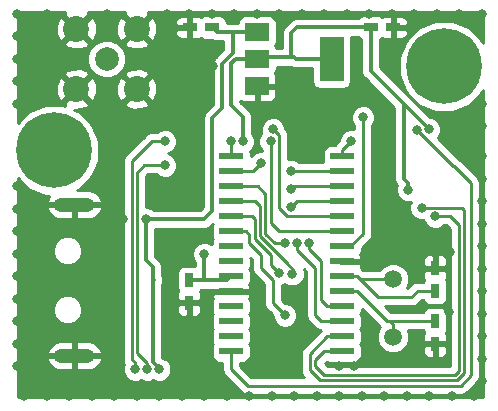
<source format=gbl>
G04 #@! TF.GenerationSoftware,KiCad,Pcbnew,(5.0.0)*
G04 #@! TF.CreationDate,2019-03-08T13:39:37-05:00*
G04 #@! TF.ProjectId,Dongle,446F6E676C652E6B696361645F706362,rev?*
G04 #@! TF.SameCoordinates,Original*
G04 #@! TF.FileFunction,Copper,L2,Bot,Signal*
G04 #@! TF.FilePolarity,Positive*
%FSLAX46Y46*%
G04 Gerber Fmt 4.6, Leading zero omitted, Abs format (unit mm)*
G04 Created by KiCad (PCBNEW (5.0.0)) date 03/08/19 13:39:37*
%MOMM*%
%LPD*%
G01*
G04 APERTURE LIST*
G04 #@! TA.AperFunction,ComponentPad*
%ADD10C,6.400000*%
G04 #@! TD*
G04 #@! TA.AperFunction,ComponentPad*
%ADD11O,3.500000X1.200000*%
G04 #@! TD*
G04 #@! TA.AperFunction,SMDPad,CuDef*
%ADD12R,1.200000X0.750000*%
G04 #@! TD*
G04 #@! TA.AperFunction,SMDPad,CuDef*
%ADD13R,0.750000X1.200000*%
G04 #@! TD*
G04 #@! TA.AperFunction,SMDPad,CuDef*
%ADD14R,2.000000X0.600000*%
G04 #@! TD*
G04 #@! TA.AperFunction,SMDPad,CuDef*
%ADD15R,2.000000X1.500000*%
G04 #@! TD*
G04 #@! TA.AperFunction,SMDPad,CuDef*
%ADD16R,2.000000X3.800000*%
G04 #@! TD*
G04 #@! TA.AperFunction,ComponentPad*
%ADD17C,1.500000*%
G04 #@! TD*
G04 #@! TA.AperFunction,ComponentPad*
%ADD18C,2.000000*%
G04 #@! TD*
G04 #@! TA.AperFunction,ComponentPad*
%ADD19C,2.200000*%
G04 #@! TD*
G04 #@! TA.AperFunction,ViaPad*
%ADD20C,0.800000*%
G04 #@! TD*
G04 #@! TA.AperFunction,Conductor*
%ADD21C,0.300000*%
G04 #@! TD*
G04 #@! TA.AperFunction,Conductor*
%ADD22C,0.250000*%
G04 #@! TD*
G04 #@! TA.AperFunction,Conductor*
%ADD23C,0.254000*%
G04 #@! TD*
G04 APERTURE END LIST*
D10*
G04 #@! TO.P,REF\002A\002A,1*
G04 #@! TO.N,N/C*
X57150000Y-6350000D03*
G04 #@! TD*
D11*
G04 #@! TO.P,J1,5*
G04 #@! TO.N,GND*
X25856000Y-18055000D03*
X25856000Y-30855000D03*
G04 #@! TD*
D12*
G04 #@! TO.P,C5,1*
G04 #@! TO.N,+5V*
X37526000Y-3048000D03*
G04 #@! TO.P,C5,2*
G04 #@! TO.N,GND*
X35626000Y-3048000D03*
G04 #@! TD*
G04 #@! TO.P,C6,2*
G04 #@! TO.N,GND*
X52832000Y-3048000D03*
G04 #@! TO.P,C6,1*
G04 #@! TO.N,+3V3*
X50932000Y-3048000D03*
G04 #@! TD*
D13*
G04 #@! TO.P,C7,1*
G04 #@! TO.N,/OSC1*
X56388000Y-25334000D03*
G04 #@! TO.P,C7,2*
G04 #@! TO.N,GND*
X56388000Y-23434000D03*
G04 #@! TD*
G04 #@! TO.P,C9,2*
G04 #@! TO.N,GND*
X56388000Y-29840000D03*
G04 #@! TO.P,C9,1*
G04 #@! TO.N,/OSC2*
X56388000Y-27940000D03*
G04 #@! TD*
G04 #@! TO.P,C10,1*
G04 #@! TO.N,GND*
X35560000Y-26350000D03*
G04 #@! TO.P,C10,2*
G04 #@! TO.N,+3V3*
X35560000Y-24450000D03*
G04 #@! TD*
D14*
G04 #@! TO.P,U1,28*
G04 #@! TO.N,/ICSPDAT*
X39115000Y-13970000D03*
G04 #@! TO.P,U1,27*
G04 #@! TO.N,/ICSPCLK*
X39115000Y-15240000D03*
G04 #@! TO.P,U1,26*
G04 #@! TO.N,/DIN*
X39115000Y-16510000D03*
G04 #@! TO.P,U1,25*
G04 #@! TO.N,/DOUT*
X39115000Y-17780000D03*
G04 #@! TO.P,U1,24*
G04 #@! TO.N,/RTS*
X39115000Y-19050000D03*
G04 #@! TO.P,U1,23*
G04 #@! TO.N,/CTS*
X39115000Y-20320000D03*
G04 #@! TO.P,U1,22*
G04 #@! TO.N,Net-(U1-Pad22)*
X39115000Y-21590000D03*
G04 #@! TO.P,U1,21*
G04 #@! TO.N,Net-(U1-Pad21)*
X39115000Y-22860000D03*
G04 #@! TO.P,U1,20*
G04 #@! TO.N,+3V3*
X39115000Y-24130000D03*
G04 #@! TO.P,U1,19*
G04 #@! TO.N,GND*
X39115000Y-25400000D03*
G04 #@! TO.P,U1,18*
G04 #@! TO.N,Net-(U1-Pad18)*
X39115000Y-26670000D03*
G04 #@! TO.P,U1,17*
G04 #@! TO.N,Net-(U1-Pad17)*
X39115000Y-27940000D03*
G04 #@! TO.P,U1,16*
G04 #@! TO.N,Net-(U1-Pad16)*
X39115000Y-29210000D03*
G04 #@! TO.P,U1,15*
G04 #@! TO.N,/RESET*
X39115000Y-30480000D03*
G04 #@! TO.P,U1,14*
G04 #@! TO.N,/MISO*
X48515000Y-30480000D03*
G04 #@! TO.P,U1,13*
G04 #@! TO.N,/MOSI*
X48515000Y-29210000D03*
G04 #@! TO.P,U1,12*
G04 #@! TO.N,/SCK*
X48515000Y-27940000D03*
G04 #@! TO.P,U1,11*
G04 #@! TO.N,/CS*
X48515000Y-26670000D03*
G04 #@! TO.P,U1,10*
G04 #@! TO.N,/OSC2*
X48515000Y-25400000D03*
G04 #@! TO.P,U1,9*
G04 #@! TO.N,/OSC1*
X48515000Y-24130000D03*
G04 #@! TO.P,U1,8*
G04 #@! TO.N,GND*
X48515000Y-22860000D03*
G04 #@! TO.P,U1,7*
G04 #@! TO.N,/DIO5*
X48515000Y-21590000D03*
G04 #@! TO.P,U1,6*
G04 #@! TO.N,/DIO4*
X48515000Y-20320000D03*
G04 #@! TO.P,U1,5*
G04 #@! TO.N,/DIO3*
X48515000Y-19050000D03*
G04 #@! TO.P,U1,4*
G04 #@! TO.N,/DIO2*
X48515000Y-17780000D03*
G04 #@! TO.P,U1,3*
G04 #@! TO.N,/DIO1*
X48515000Y-16510000D03*
G04 #@! TO.P,U1,2*
G04 #@! TO.N,/DIO0*
X48515000Y-15240000D03*
G04 #@! TO.P,U1,1*
G04 #@! TO.N,/~MCLR*
X48515000Y-13970000D03*
G04 #@! TD*
D15*
G04 #@! TO.P,U3,1*
G04 #@! TO.N,GND*
X41325000Y-8015000D03*
G04 #@! TO.P,U3,3*
G04 #@! TO.N,+5V*
X41325000Y-3415000D03*
G04 #@! TO.P,U3,2*
G04 #@! TO.N,+3V3*
X41325000Y-5715000D03*
D16*
G04 #@! TO.P,U3,4*
X47625000Y-5715000D03*
G04 #@! TD*
D17*
G04 #@! TO.P,Y1,2*
G04 #@! TO.N,/OSC2*
X52832000Y-29264000D03*
G04 #@! TO.P,Y1,1*
G04 #@! TO.N,/OSC1*
X52832000Y-24384000D03*
G04 #@! TD*
D18*
G04 #@! TO.P,J2,1*
G04 #@! TO.N,Net-(J2-Pad1)*
X28575000Y-5715000D03*
D19*
G04 #@! TO.P,J2,2*
G04 #@! TO.N,GND*
X26025000Y-3165000D03*
X31125000Y-3165000D03*
X26025000Y-8265000D03*
X31125000Y-8265000D03*
G04 #@! TD*
D10*
G04 #@! TO.P,REF\002A\002A,1*
G04 #@! TO.N,N/C*
X24130000Y-13462000D03*
G04 #@! TD*
D20*
G04 #@! TO.N,GND*
X21590000Y-34290000D03*
X44196000Y-11684000D03*
X42288002Y-27432000D03*
X29972000Y-19304000D03*
X33782000Y-4318000D03*
X33782000Y-7112000D03*
X35814000Y-4318000D03*
X37592000Y-6350000D03*
X37592000Y-5080000D03*
X23495000Y-34290000D03*
X25400000Y-34290000D03*
X27305000Y-34290000D03*
X29210000Y-34290000D03*
X31115000Y-34290000D03*
X33020000Y-34290000D03*
X34925000Y-34290000D03*
X36830000Y-34290000D03*
X38735000Y-34290000D03*
X40640000Y-34290000D03*
X42545000Y-34290000D03*
X44450000Y-34290000D03*
X46355000Y-34290000D03*
X48260000Y-34290000D03*
X50165000Y-34290000D03*
X52070000Y-34290000D03*
X53975000Y-34290000D03*
X55880000Y-34290000D03*
X57785000Y-34290000D03*
X59690000Y-34290000D03*
X60325000Y-33020000D03*
X60325000Y-31115000D03*
X60325000Y-29210000D03*
X60325000Y-27305000D03*
X60325000Y-25400000D03*
X60325000Y-23495000D03*
X60325000Y-21590000D03*
X60325000Y-19685000D03*
X60325000Y-17780000D03*
X60325000Y-15875000D03*
X60325000Y-13970000D03*
X60325000Y-11430000D03*
X60325000Y-9525000D03*
X60325000Y-1905000D03*
X58420000Y-1905000D03*
X56515000Y-1905000D03*
X54610000Y-1905000D03*
X52705000Y-1905000D03*
X50800000Y-1905000D03*
X48895000Y-1905000D03*
X46990000Y-1905000D03*
X45085000Y-1905000D03*
X43180000Y-1905000D03*
X41275000Y-1905000D03*
X39370000Y-1905000D03*
X37465000Y-1905000D03*
X35560000Y-1905000D03*
X33655000Y-1905000D03*
X28575000Y-1905000D03*
X23495000Y-1905000D03*
X20955000Y-1905000D03*
X20955000Y-3810000D03*
X20955000Y-5715000D03*
X20955000Y-7620000D03*
X20955000Y-9525000D03*
X20955000Y-16510000D03*
X20955000Y-18415000D03*
X20955000Y-20320000D03*
X20955000Y-22225000D03*
X20955000Y-24130000D03*
X20955000Y-26035000D03*
X20955000Y-27940000D03*
X20955000Y-29845000D03*
X20955000Y-31750000D03*
X36830000Y-29210000D03*
X35560000Y-29210000D03*
X34290000Y-29210000D03*
X44450000Y-9525000D03*
X45720000Y-9525000D03*
X45720000Y-8255000D03*
X44450000Y-8255000D03*
X46990000Y-9525000D03*
X45720000Y-10795000D03*
X46990000Y-10795000D03*
X33655000Y-8890000D03*
X33655000Y-10795000D03*
X27940000Y-10795000D03*
X23495000Y-5715000D03*
X57785000Y-10795000D03*
X29210000Y-32385000D03*
X29210000Y-30480000D03*
X22860000Y-31750000D03*
X22860000Y-24130000D03*
X25400000Y-24765000D03*
X33655000Y-17272000D03*
X44704000Y-26035000D03*
X54229000Y-20066000D03*
X57658000Y-22098000D03*
X22860000Y-20320000D03*
X22860000Y-27940000D03*
X23241000Y-8255000D03*
X23495000Y-3937000D03*
X22860000Y-22225000D03*
X22860000Y-18415000D03*
X49530000Y-31750000D03*
X48260000Y-31750000D03*
X57531000Y-27178000D03*
G04 #@! TO.N,+5V*
X33024653Y-31999347D03*
X31916000Y-19304000D03*
G04 #@! TO.N,+3V3*
X55880000Y-11684000D03*
X40132000Y-12700000D03*
X36830000Y-22225000D03*
X54085438Y-16781419D03*
G04 #@! TO.N,/~MCLR*
X49276000Y-12700000D03*
G04 #@! TO.N,/ICSPDAT*
X30988000Y-32004000D03*
X39116000Y-12700000D03*
X33528000Y-12700000D03*
G04 #@! TO.N,/ICSPCLK*
X32004000Y-32004000D03*
X41656000Y-14515000D03*
X33528000Y-14732000D03*
G04 #@! TO.N,/RESET*
X54841669Y-11706331D03*
G04 #@! TO.N,/CS*
X45720000Y-21336000D03*
G04 #@! TO.N,/DIN*
X43688000Y-21336000D03*
G04 #@! TO.N,/DOUT*
X44301760Y-23942497D03*
G04 #@! TO.N,/RTS*
X43180000Y-23876000D03*
G04 #@! TO.N,/CTS*
X43678796Y-27422624D03*
G04 #@! TO.N,/MISO*
X56388000Y-19050000D03*
G04 #@! TO.N,/MOSI*
X55245000Y-18322002D03*
G04 #@! TO.N,/SCK*
X44704000Y-21336000D03*
G04 #@! TO.N,/DIO5*
X50292000Y-10668000D03*
G04 #@! TO.N,/DIO4*
X42455000Y-12700000D03*
G04 #@! TO.N,/DIO3*
X42672000Y-11684000D03*
G04 #@! TO.N,/DIO2*
X44196000Y-18288000D03*
G04 #@! TO.N,/DIO1*
X44196000Y-16764000D03*
G04 #@! TO.N,/DIO0*
X44196000Y-15240000D03*
G04 #@! TD*
D21*
G04 #@! TO.N,+5V*
X37893000Y-3415000D02*
X37526000Y-3048000D01*
X41325000Y-3415000D02*
X39624000Y-3415000D01*
X39624000Y-3415000D02*
X37893000Y-3415000D01*
X33024653Y-31999347D02*
X33024653Y-31914651D01*
X33024653Y-31914651D02*
X32512000Y-31401998D01*
X32512000Y-31401998D02*
X32512000Y-24384000D01*
X39257000Y-3415000D02*
X39624000Y-3415000D01*
X32766000Y-19304000D02*
X36830000Y-19304000D01*
X36830000Y-19304000D02*
X37526000Y-18608000D01*
X31916000Y-19304000D02*
X32766000Y-19304000D01*
X32512000Y-24384000D02*
X32512000Y-23368000D01*
X31916000Y-22772000D02*
X31916000Y-19304000D01*
X32512000Y-23368000D02*
X31916000Y-22772000D01*
X37526000Y-13462000D02*
X37526000Y-10734000D01*
X37526000Y-13462000D02*
X37526000Y-12954000D01*
X37526000Y-18608000D02*
X37526000Y-13462000D01*
X37526000Y-10734000D02*
X38354000Y-9906000D01*
X39257000Y-5233000D02*
X39257000Y-3415000D01*
X38354000Y-6136000D02*
X39257000Y-5233000D01*
X38354000Y-9906000D02*
X38354000Y-6136000D01*
X32578000Y-24450000D02*
X32512000Y-24384000D01*
G04 #@! TO.N,+3V3*
X38795000Y-24450000D02*
X39115000Y-24130000D01*
X49276000Y-3048000D02*
X50932000Y-3048000D01*
X44704000Y-3048000D02*
X49276000Y-3048000D01*
X44196000Y-3556000D02*
X44704000Y-3048000D01*
X40132000Y-12700000D02*
X40132000Y-10668000D01*
X39497000Y-5715000D02*
X41325000Y-5715000D01*
X39116000Y-6096000D02*
X39497000Y-5715000D01*
X40132000Y-10668000D02*
X39116000Y-9652000D01*
X39116000Y-9652000D02*
X39116000Y-6096000D01*
X41702000Y-5588000D02*
X44196000Y-5588000D01*
X41575000Y-5715000D02*
X41702000Y-5588000D01*
X41325000Y-5715000D02*
X41575000Y-5715000D01*
X44196000Y-5588000D02*
X44196000Y-3556000D01*
X46325000Y-5715000D02*
X47625000Y-5715000D01*
X44577000Y-5715000D02*
X46325000Y-5715000D01*
X44196000Y-5588000D02*
X44450000Y-5588000D01*
X44450000Y-5588000D02*
X44577000Y-5715000D01*
X50932000Y-6736000D02*
X50932000Y-3048000D01*
X38100000Y-24450000D02*
X38795000Y-24450000D01*
X36830000Y-22225000D02*
X36830000Y-23855000D01*
X36830000Y-23855000D02*
X36830000Y-24450000D01*
X35560000Y-24450000D02*
X36830000Y-24450000D01*
X36830000Y-24450000D02*
X38100000Y-24450000D01*
X53721000Y-9525000D02*
X50932000Y-6736000D01*
X55880000Y-11684000D02*
X53721000Y-9525000D01*
X53721000Y-15851296D02*
X53721000Y-13843000D01*
X54085438Y-16215734D02*
X53721000Y-15851296D01*
X54085438Y-16781419D02*
X54085438Y-16215734D01*
X53721000Y-9525000D02*
X53721000Y-13843000D01*
D22*
G04 #@! TO.N,/OSC1*
X49765000Y-24130000D02*
X48515000Y-24130000D01*
X51543000Y-25908000D02*
X49765000Y-24130000D01*
X54356000Y-25908000D02*
X51543000Y-25908000D01*
X54930000Y-25334000D02*
X54356000Y-25908000D01*
X56388000Y-25334000D02*
X54930000Y-25334000D01*
X50019000Y-24384000D02*
X52832000Y-24384000D01*
X49765000Y-24130000D02*
X50019000Y-24384000D01*
G04 #@! TO.N,/OSC2*
X55763000Y-27940000D02*
X56388000Y-27940000D01*
X52305000Y-27940000D02*
X55763000Y-27940000D01*
X49765000Y-25400000D02*
X52305000Y-27940000D01*
X48515000Y-25400000D02*
X49765000Y-25400000D01*
X52832000Y-28203340D02*
X52832000Y-29264000D01*
X52568660Y-27940000D02*
X52832000Y-28203340D01*
X52305000Y-27940000D02*
X52568660Y-27940000D01*
G04 #@! TO.N,/~MCLR*
X48515000Y-13970000D02*
X48515000Y-13461000D01*
X48515000Y-13461000D02*
X49276000Y-12700000D01*
G04 #@! TO.N,/ICSPDAT*
X39116000Y-13969000D02*
X39115000Y-13970000D01*
X39116000Y-12700000D02*
X39116000Y-13969000D01*
X32385000Y-12700000D02*
X33528000Y-12700000D01*
X30697001Y-14387999D02*
X32385000Y-12700000D01*
X30697001Y-31147316D02*
X30697001Y-14387999D01*
X30988000Y-31438315D02*
X30697001Y-31147316D01*
X30988000Y-32004000D02*
X30988000Y-31438315D01*
G04 #@! TO.N,/ICSPCLK*
X40931000Y-15240000D02*
X40132000Y-15240000D01*
X41656000Y-14515000D02*
X40931000Y-15240000D01*
X40640000Y-15240000D02*
X40132000Y-15240000D01*
X40132000Y-15240000D02*
X39115000Y-15240000D01*
X32004000Y-31438315D02*
X31147011Y-30581326D01*
X32004000Y-32004000D02*
X32004000Y-31438315D01*
X31147011Y-30581326D02*
X31147011Y-15334989D01*
X31750000Y-14732000D02*
X33147000Y-14732000D01*
X31147011Y-15334989D02*
X31750000Y-14732000D01*
X33528000Y-14732000D02*
X33147000Y-14732000D01*
G04 #@! TO.N,/RESET*
X57912000Y-14776662D02*
X54841669Y-11706331D01*
X39115000Y-30480000D02*
X39115000Y-32003000D01*
X57912000Y-14776662D02*
X57956662Y-14776662D01*
X57956662Y-14776662D02*
X59436000Y-16256000D01*
X59436000Y-16256000D02*
X59436000Y-32512000D01*
X59436000Y-32512000D02*
X58547000Y-33401000D01*
X40513000Y-33401000D02*
X39115000Y-32003000D01*
X58547000Y-33401000D02*
X40513000Y-33401000D01*
G04 #@! TO.N,/CS*
X47265000Y-26670000D02*
X46736000Y-26141000D01*
X48515000Y-26670000D02*
X47265000Y-26670000D01*
X46736000Y-26141000D02*
X46736000Y-22860000D01*
X46736000Y-22860000D02*
X45720000Y-21844000D01*
X45720000Y-21844000D02*
X45720000Y-21336000D01*
G04 #@! TO.N,/DIN*
X43688000Y-21336000D02*
X42800410Y-21336000D01*
X42004990Y-20540580D02*
X42004990Y-17112990D01*
X42800410Y-21336000D02*
X42004990Y-20540580D01*
X42004990Y-17112990D02*
X41402000Y-16510000D01*
X41402000Y-16510000D02*
X39115000Y-16510000D01*
G04 #@! TO.N,/DOUT*
X41554980Y-18186980D02*
X41148000Y-17780000D01*
X41148000Y-17780000D02*
X39115000Y-17780000D01*
X41554980Y-20726980D02*
X41554980Y-18186980D01*
X43180000Y-22352000D02*
X41554980Y-20726980D01*
X43688000Y-22860000D02*
X43180000Y-22352000D01*
X43905001Y-23077001D02*
X43688000Y-22860000D01*
X44383600Y-23555600D02*
X43688000Y-22860000D01*
G04 #@! TO.N,/RTS*
X41104970Y-20973560D02*
X41104970Y-19260970D01*
X41104970Y-19260970D02*
X40894000Y-19050000D01*
X40894000Y-19050000D02*
X39115000Y-19050000D01*
X42483410Y-23179410D02*
X43180000Y-23876000D01*
X42483410Y-22352000D02*
X42483410Y-23179410D01*
X42483410Y-22352000D02*
X41104970Y-20973560D01*
G04 #@! TO.N,/CTS*
X42672000Y-26188500D02*
X42672000Y-24441002D01*
X43678796Y-27422624D02*
X42672000Y-26415828D01*
X42672000Y-26415828D02*
X42672000Y-24441002D01*
X42672000Y-24441002D02*
X41656000Y-23425002D01*
X41656000Y-23425002D02*
X41656000Y-22352000D01*
X41656000Y-22352000D02*
X40640000Y-21336000D01*
X40640000Y-21336000D02*
X40640000Y-20595000D01*
X40365000Y-20320000D02*
X39115000Y-20320000D01*
X40640000Y-20595000D02*
X40365000Y-20320000D01*
G04 #@! TO.N,/MISO*
X46990000Y-30480000D02*
X48515000Y-30480000D01*
X46228000Y-31750000D02*
X46228000Y-31242000D01*
X46965001Y-32487001D02*
X46228000Y-31750000D01*
X58420000Y-21209000D02*
X58420000Y-32131000D01*
X46228000Y-31242000D02*
X46990000Y-30480000D01*
X58420000Y-32131000D02*
X58063999Y-32487001D01*
X58063999Y-32487001D02*
X46965001Y-32487001D01*
X56388000Y-19050000D02*
X57658000Y-19050000D01*
X58420000Y-19812000D02*
X58420000Y-21209000D01*
X57658000Y-19050000D02*
X58420000Y-19812000D01*
G04 #@! TO.N,/MOSI*
X45777990Y-30697010D02*
X45777990Y-32061990D01*
X48515000Y-29210000D02*
X47265000Y-29210000D01*
X47265000Y-29210000D02*
X45777990Y-30697010D01*
X58250400Y-32937010D02*
X58870009Y-32317401D01*
X45777990Y-32061990D02*
X46653010Y-32937010D01*
X46653010Y-32937010D02*
X58250400Y-32937010D01*
X58870009Y-32317401D02*
X58870010Y-32317400D01*
X58870009Y-32317401D02*
X58870009Y-20837608D01*
X55245000Y-18322002D02*
X58708002Y-18322002D01*
X58870009Y-18484009D02*
X58870009Y-20837608D01*
X58708002Y-18322002D02*
X58870009Y-18484009D01*
G04 #@! TO.N,/SCK*
X44704000Y-21901685D02*
X46228000Y-23425685D01*
X44704000Y-21336000D02*
X44704000Y-21901685D01*
X46228000Y-27432000D02*
X46736000Y-27940000D01*
X46228000Y-23425685D02*
X46228000Y-27432000D01*
X46736000Y-27940000D02*
X48515000Y-27940000D01*
G04 #@! TO.N,/DIO5*
X50292000Y-20513000D02*
X49215000Y-21590000D01*
X49215000Y-21590000D02*
X48515000Y-21590000D01*
X50292000Y-10668000D02*
X50292000Y-20513000D01*
G04 #@! TO.N,/DIO4*
X42455000Y-18256412D02*
X42455000Y-12700000D01*
X42455000Y-19595000D02*
X42455000Y-18256412D01*
X48515000Y-20320000D02*
X43180000Y-20320000D01*
X43180000Y-20320000D02*
X42455000Y-19595000D01*
G04 #@! TO.N,/DIO3*
X48515000Y-19050000D02*
X43942000Y-19050000D01*
X43884998Y-19050000D02*
X43180000Y-18345002D01*
X43942000Y-19050000D02*
X43884998Y-19050000D01*
X43180000Y-18345002D02*
X43180000Y-12192000D01*
X43180000Y-12192000D02*
X42672000Y-11684000D01*
G04 #@! TO.N,/DIO2*
X48515000Y-17780000D02*
X44704000Y-17780000D01*
X44704000Y-17780000D02*
X44196000Y-18288000D01*
G04 #@! TO.N,/DIO1*
X48515000Y-16510000D02*
X44450000Y-16510000D01*
X44450000Y-16510000D02*
X44196000Y-16764000D01*
G04 #@! TO.N,/DIO0*
X48515000Y-15240000D02*
X44196000Y-15240000D01*
G04 #@! TD*
D23*
G04 #@! TO.N,GND*
G36*
X24979737Y-1940132D02*
X26025000Y-2985395D01*
X27070263Y-1940132D01*
X26994602Y-1751000D01*
X30155398Y-1751000D01*
X30079737Y-1940132D01*
X31125000Y-2985395D01*
X32170263Y-1940132D01*
X32094602Y-1751000D01*
X60479000Y-1751000D01*
X60479000Y-4365579D01*
X60401156Y-4177647D01*
X59322353Y-3098844D01*
X57912829Y-2515000D01*
X56387171Y-2515000D01*
X54977647Y-3098844D01*
X53898844Y-4177647D01*
X53315000Y-5587171D01*
X53315000Y-7112829D01*
X53898844Y-8522353D01*
X54977647Y-9601156D01*
X56387171Y-10185000D01*
X57912829Y-10185000D01*
X59322353Y-9601156D01*
X60401156Y-8522353D01*
X60479000Y-8334420D01*
X60479001Y-34317000D01*
X21055000Y-34317000D01*
X21055000Y-31172609D01*
X23512538Y-31172609D01*
X23516408Y-31210281D01*
X23742920Y-31638474D01*
X24116053Y-31947390D01*
X24579000Y-32090000D01*
X25729000Y-32090000D01*
X25729000Y-30982000D01*
X25983000Y-30982000D01*
X25983000Y-32090000D01*
X27133000Y-32090000D01*
X27595947Y-31947390D01*
X27969080Y-31638474D01*
X28195592Y-31210281D01*
X28199462Y-31172609D01*
X28074731Y-30982000D01*
X25983000Y-30982000D01*
X25729000Y-30982000D01*
X23637269Y-30982000D01*
X23512538Y-31172609D01*
X21055000Y-31172609D01*
X21055000Y-30537391D01*
X23512538Y-30537391D01*
X23637269Y-30728000D01*
X25729000Y-30728000D01*
X25729000Y-29620000D01*
X25983000Y-29620000D01*
X25983000Y-30728000D01*
X28074731Y-30728000D01*
X28199462Y-30537391D01*
X28195592Y-30499719D01*
X27969080Y-30071526D01*
X27595947Y-29762610D01*
X27133000Y-29620000D01*
X25983000Y-29620000D01*
X25729000Y-29620000D01*
X24579000Y-29620000D01*
X24116053Y-29762610D01*
X23742920Y-30071526D01*
X23516408Y-30499719D01*
X23512538Y-30537391D01*
X21055000Y-30537391D01*
X21055000Y-26709343D01*
X24021000Y-26709343D01*
X24021000Y-27200657D01*
X24209018Y-27654571D01*
X24556429Y-28001982D01*
X25010343Y-28190000D01*
X25501657Y-28190000D01*
X25955571Y-28001982D01*
X26302982Y-27654571D01*
X26491000Y-27200657D01*
X26491000Y-26709343D01*
X26302982Y-26255429D01*
X25955571Y-25908018D01*
X25501657Y-25720000D01*
X25010343Y-25720000D01*
X24556429Y-25908018D01*
X24209018Y-26255429D01*
X24021000Y-26709343D01*
X21055000Y-26709343D01*
X21055000Y-21709343D01*
X24021000Y-21709343D01*
X24021000Y-22200657D01*
X24209018Y-22654571D01*
X24556429Y-23001982D01*
X25010343Y-23190000D01*
X25501657Y-23190000D01*
X25955571Y-23001982D01*
X26302982Y-22654571D01*
X26491000Y-22200657D01*
X26491000Y-21709343D01*
X26302982Y-21255429D01*
X25955571Y-20908018D01*
X25501657Y-20720000D01*
X25010343Y-20720000D01*
X24556429Y-20908018D01*
X24209018Y-21255429D01*
X24021000Y-21709343D01*
X21055000Y-21709343D01*
X21055000Y-18372609D01*
X23512538Y-18372609D01*
X23516408Y-18410281D01*
X23742920Y-18838474D01*
X24116053Y-19147390D01*
X24579000Y-19290000D01*
X25729000Y-19290000D01*
X25729000Y-18182000D01*
X25983000Y-18182000D01*
X25983000Y-19290000D01*
X27133000Y-19290000D01*
X27595947Y-19147390D01*
X27969080Y-18838474D01*
X28195592Y-18410281D01*
X28199462Y-18372609D01*
X28074731Y-18182000D01*
X25983000Y-18182000D01*
X25729000Y-18182000D01*
X23637269Y-18182000D01*
X23512538Y-18372609D01*
X21055000Y-18372609D01*
X21055000Y-15810509D01*
X21957647Y-16713156D01*
X23367171Y-17297000D01*
X23729444Y-17297000D01*
X23516408Y-17699719D01*
X23512538Y-17737391D01*
X23637269Y-17928000D01*
X25729000Y-17928000D01*
X25729000Y-17908000D01*
X25983000Y-17908000D01*
X25983000Y-17928000D01*
X28074731Y-17928000D01*
X28199462Y-17737391D01*
X28195592Y-17699719D01*
X27969080Y-17271526D01*
X27595947Y-16962610D01*
X27133000Y-16820000D01*
X26044409Y-16820000D01*
X26302353Y-16713156D01*
X27381156Y-15634353D01*
X27897412Y-14387999D01*
X29922113Y-14387999D01*
X29937002Y-14462851D01*
X29937001Y-31072469D01*
X29922113Y-31147316D01*
X29937001Y-31222163D01*
X29937001Y-31222167D01*
X29981097Y-31443852D01*
X30054340Y-31553469D01*
X29953000Y-31798126D01*
X29953000Y-32209874D01*
X30110569Y-32590280D01*
X30401720Y-32881431D01*
X30782126Y-33039000D01*
X31193874Y-33039000D01*
X31496000Y-32913856D01*
X31798126Y-33039000D01*
X32209874Y-33039000D01*
X32519943Y-32910565D01*
X32818779Y-33034347D01*
X33230527Y-33034347D01*
X33610933Y-32876778D01*
X33902084Y-32585627D01*
X34059653Y-32205221D01*
X34059653Y-31793473D01*
X33902084Y-31413067D01*
X33610933Y-31121916D01*
X33297000Y-30991881D01*
X33297000Y-26635750D01*
X34550000Y-26635750D01*
X34550000Y-27076309D01*
X34646673Y-27309698D01*
X34825301Y-27488327D01*
X35058690Y-27585000D01*
X35274250Y-27585000D01*
X35433000Y-27426250D01*
X35433000Y-26477000D01*
X35687000Y-26477000D01*
X35687000Y-27426250D01*
X35845750Y-27585000D01*
X36061310Y-27585000D01*
X36294699Y-27488327D01*
X36473327Y-27309698D01*
X36570000Y-27076309D01*
X36570000Y-26635750D01*
X36411250Y-26477000D01*
X35687000Y-26477000D01*
X35433000Y-26477000D01*
X34708750Y-26477000D01*
X34550000Y-26635750D01*
X33297000Y-26635750D01*
X33297000Y-24786903D01*
X33317454Y-24756291D01*
X33378378Y-24449999D01*
X33317454Y-24143709D01*
X33297000Y-24113097D01*
X33297000Y-23445310D01*
X33312378Y-23367999D01*
X33297000Y-23290688D01*
X33297000Y-23290684D01*
X33251454Y-23061708D01*
X33131960Y-22882873D01*
X33121749Y-22867591D01*
X33121747Y-22867589D01*
X33077953Y-22802047D01*
X33012410Y-22758253D01*
X32701000Y-22446843D01*
X32701000Y-20089000D01*
X36752688Y-20089000D01*
X36830000Y-20104378D01*
X36907312Y-20089000D01*
X36907316Y-20089000D01*
X37136292Y-20043454D01*
X37395953Y-19869953D01*
X37439749Y-19804408D01*
X37568733Y-19675424D01*
X37575132Y-19685000D01*
X37516843Y-19772235D01*
X37467560Y-20020000D01*
X37467560Y-20620000D01*
X37516843Y-20867765D01*
X37575132Y-20955000D01*
X37516843Y-21042235D01*
X37467560Y-21290000D01*
X37467560Y-21398849D01*
X37416280Y-21347569D01*
X37035874Y-21190000D01*
X36624126Y-21190000D01*
X36243720Y-21347569D01*
X35952569Y-21638720D01*
X35795000Y-22019126D01*
X35795000Y-22430874D01*
X35952569Y-22811280D01*
X36045000Y-22903711D01*
X36045001Y-23224440D01*
X35935000Y-23202560D01*
X35185000Y-23202560D01*
X34937235Y-23251843D01*
X34727191Y-23392191D01*
X34586843Y-23602235D01*
X34537560Y-23850000D01*
X34537560Y-25050000D01*
X34586843Y-25297765D01*
X34647873Y-25389102D01*
X34646673Y-25390302D01*
X34550000Y-25623691D01*
X34550000Y-26064250D01*
X34708750Y-26223000D01*
X35433000Y-26223000D01*
X35433000Y-26203000D01*
X35687000Y-26203000D01*
X35687000Y-26223000D01*
X36411250Y-26223000D01*
X36570000Y-26064250D01*
X36570000Y-25623691D01*
X36473327Y-25390302D01*
X36472127Y-25389102D01*
X36533157Y-25297765D01*
X36545642Y-25235000D01*
X36752684Y-25235000D01*
X36830000Y-25250379D01*
X36907316Y-25235000D01*
X37600750Y-25235000D01*
X37638750Y-25273000D01*
X38988000Y-25273000D01*
X38988000Y-25253000D01*
X39242000Y-25253000D01*
X39242000Y-25273000D01*
X40591250Y-25273000D01*
X40750000Y-25114250D01*
X40750000Y-24973690D01*
X40660232Y-24756972D01*
X40713157Y-24677765D01*
X40762440Y-24430000D01*
X40762440Y-23830000D01*
X40713157Y-23582235D01*
X40654868Y-23495000D01*
X40713157Y-23407765D01*
X40762440Y-23160000D01*
X40762440Y-22560000D01*
X40755796Y-22526598D01*
X40896001Y-22666802D01*
X40896000Y-23350155D01*
X40881112Y-23425002D01*
X40896000Y-23499849D01*
X40896000Y-23499853D01*
X40940096Y-23721538D01*
X41108071Y-23972931D01*
X41171530Y-24015333D01*
X41912001Y-24755805D01*
X41912001Y-25425097D01*
X41912000Y-26340981D01*
X41897112Y-26415828D01*
X41912000Y-26490675D01*
X41912000Y-26490679D01*
X41956096Y-26712364D01*
X42124071Y-26963757D01*
X42187530Y-27006159D01*
X42643796Y-27462426D01*
X42643796Y-27628498D01*
X42801365Y-28008904D01*
X43092516Y-28300055D01*
X43472922Y-28457624D01*
X43884670Y-28457624D01*
X44265076Y-28300055D01*
X44556227Y-28008904D01*
X44713796Y-27628498D01*
X44713796Y-27216750D01*
X44556227Y-26836344D01*
X44265076Y-26545193D01*
X43884670Y-26387624D01*
X43718598Y-26387624D01*
X43432000Y-26101027D01*
X43432000Y-24891894D01*
X43683338Y-24787786D01*
X43715480Y-24819928D01*
X44095886Y-24977497D01*
X44507634Y-24977497D01*
X44888040Y-24819928D01*
X45179191Y-24528777D01*
X45336760Y-24148371D01*
X45336760Y-23736623D01*
X45246692Y-23519180D01*
X45468000Y-23740488D01*
X45468001Y-27357148D01*
X45453112Y-27432000D01*
X45512097Y-27728537D01*
X45631211Y-27906803D01*
X45680072Y-27979929D01*
X45743527Y-28022328D01*
X46145672Y-28424475D01*
X46188071Y-28487929D01*
X46251524Y-28530327D01*
X46251526Y-28530329D01*
X46363280Y-28605000D01*
X46439463Y-28655904D01*
X46661148Y-28700000D01*
X46661152Y-28700000D01*
X46688141Y-28705368D01*
X46674671Y-28725527D01*
X45293520Y-30106679D01*
X45230061Y-30149081D01*
X45062086Y-30400474D01*
X45017990Y-30622159D01*
X45017990Y-30622163D01*
X45003102Y-30697010D01*
X45017990Y-30771857D01*
X45017991Y-31987139D01*
X45003102Y-32061990D01*
X45062087Y-32358527D01*
X45173247Y-32524889D01*
X45230062Y-32609919D01*
X45276578Y-32641000D01*
X40827802Y-32641000D01*
X39875000Y-31688199D01*
X39875000Y-31427440D01*
X40115000Y-31427440D01*
X40362765Y-31378157D01*
X40572809Y-31237809D01*
X40713157Y-31027765D01*
X40762440Y-30780000D01*
X40762440Y-30180000D01*
X40713157Y-29932235D01*
X40654868Y-29845000D01*
X40713157Y-29757765D01*
X40762440Y-29510000D01*
X40762440Y-28910000D01*
X40713157Y-28662235D01*
X40654868Y-28575000D01*
X40713157Y-28487765D01*
X40762440Y-28240000D01*
X40762440Y-27640000D01*
X40713157Y-27392235D01*
X40654868Y-27305000D01*
X40713157Y-27217765D01*
X40762440Y-26970000D01*
X40762440Y-26370000D01*
X40713157Y-26122235D01*
X40660232Y-26043028D01*
X40750000Y-25826310D01*
X40750000Y-25685750D01*
X40591250Y-25527000D01*
X39242000Y-25527000D01*
X39242000Y-25547000D01*
X38988000Y-25547000D01*
X38988000Y-25527000D01*
X37638750Y-25527000D01*
X37480000Y-25685750D01*
X37480000Y-25826310D01*
X37569768Y-26043028D01*
X37516843Y-26122235D01*
X37467560Y-26370000D01*
X37467560Y-26970000D01*
X37516843Y-27217765D01*
X37575132Y-27305000D01*
X37516843Y-27392235D01*
X37467560Y-27640000D01*
X37467560Y-28240000D01*
X37516843Y-28487765D01*
X37575132Y-28575000D01*
X37516843Y-28662235D01*
X37467560Y-28910000D01*
X37467560Y-29510000D01*
X37516843Y-29757765D01*
X37575132Y-29845000D01*
X37516843Y-29932235D01*
X37467560Y-30180000D01*
X37467560Y-30780000D01*
X37516843Y-31027765D01*
X37657191Y-31237809D01*
X37867235Y-31378157D01*
X38115000Y-31427440D01*
X38355001Y-31427440D01*
X38355001Y-31928149D01*
X38340112Y-32003000D01*
X38399097Y-32299537D01*
X38524357Y-32487001D01*
X38567072Y-32550929D01*
X38630528Y-32593329D01*
X39922671Y-33885473D01*
X39965071Y-33948929D01*
X40216463Y-34116904D01*
X40438148Y-34161000D01*
X40438152Y-34161000D01*
X40513000Y-34175888D01*
X40587848Y-34161000D01*
X58472153Y-34161000D01*
X58547000Y-34175888D01*
X58621847Y-34161000D01*
X58621852Y-34161000D01*
X58843537Y-34116904D01*
X59094929Y-33948929D01*
X59137331Y-33885470D01*
X59920473Y-33102329D01*
X59983929Y-33059929D01*
X60151904Y-32808537D01*
X60196000Y-32586852D01*
X60196000Y-32586847D01*
X60210888Y-32512000D01*
X60196000Y-32437153D01*
X60196000Y-16330847D01*
X60210888Y-16256000D01*
X60196000Y-16181153D01*
X60196000Y-16181148D01*
X60151904Y-15959463D01*
X59983929Y-15708071D01*
X59920473Y-15665671D01*
X58546993Y-14292192D01*
X58504591Y-14228733D01*
X58306538Y-14096398D01*
X56618925Y-12408786D01*
X56757431Y-12270280D01*
X56915000Y-11889874D01*
X56915000Y-11478126D01*
X56757431Y-11097720D01*
X56466280Y-10806569D01*
X56085874Y-10649000D01*
X55955158Y-10649000D01*
X54330749Y-9024592D01*
X54286953Y-8959047D01*
X54221408Y-8915251D01*
X51717000Y-6410843D01*
X51717000Y-4033642D01*
X51779765Y-4021157D01*
X51871102Y-3960127D01*
X51872302Y-3961327D01*
X52105691Y-4058000D01*
X52546250Y-4058000D01*
X52705000Y-3899250D01*
X52705000Y-3175000D01*
X52959000Y-3175000D01*
X52959000Y-3899250D01*
X53117750Y-4058000D01*
X53558309Y-4058000D01*
X53791698Y-3961327D01*
X53970327Y-3782699D01*
X54067000Y-3549310D01*
X54067000Y-3333750D01*
X53908250Y-3175000D01*
X52959000Y-3175000D01*
X52705000Y-3175000D01*
X52685000Y-3175000D01*
X52685000Y-2921000D01*
X52705000Y-2921000D01*
X52705000Y-2196750D01*
X52959000Y-2196750D01*
X52959000Y-2921000D01*
X53908250Y-2921000D01*
X54067000Y-2762250D01*
X54067000Y-2546690D01*
X53970327Y-2313301D01*
X53791698Y-2134673D01*
X53558309Y-2038000D01*
X53117750Y-2038000D01*
X52959000Y-2196750D01*
X52705000Y-2196750D01*
X52546250Y-2038000D01*
X52105691Y-2038000D01*
X51872302Y-2134673D01*
X51871102Y-2135873D01*
X51779765Y-2074843D01*
X51532000Y-2025560D01*
X50332000Y-2025560D01*
X50084235Y-2074843D01*
X49874191Y-2215191D01*
X49842246Y-2263000D01*
X44781310Y-2263000D01*
X44703999Y-2247622D01*
X44626688Y-2263000D01*
X44626684Y-2263000D01*
X44397708Y-2308546D01*
X44397706Y-2308547D01*
X44397707Y-2308547D01*
X44203591Y-2438251D01*
X44203589Y-2438253D01*
X44138047Y-2482047D01*
X44094253Y-2547590D01*
X43695590Y-2946253D01*
X43630048Y-2990047D01*
X43586254Y-3055589D01*
X43586251Y-3055592D01*
X43456546Y-3249709D01*
X43395622Y-3556000D01*
X43411001Y-3633316D01*
X43411000Y-4803000D01*
X42940217Y-4803000D01*
X42923157Y-4717235D01*
X42821436Y-4565000D01*
X42923157Y-4412765D01*
X42972440Y-4165000D01*
X42972440Y-2665000D01*
X42923157Y-2417235D01*
X42782809Y-2207191D01*
X42572765Y-2066843D01*
X42325000Y-2017560D01*
X40325000Y-2017560D01*
X40077235Y-2066843D01*
X39867191Y-2207191D01*
X39726843Y-2417235D01*
X39684522Y-2630000D01*
X39334316Y-2630000D01*
X39257000Y-2614621D01*
X39179684Y-2630000D01*
X38764887Y-2630000D01*
X38724157Y-2425235D01*
X38583809Y-2215191D01*
X38373765Y-2074843D01*
X38126000Y-2025560D01*
X36926000Y-2025560D01*
X36678235Y-2074843D01*
X36586898Y-2135873D01*
X36585698Y-2134673D01*
X36352309Y-2038000D01*
X35911750Y-2038000D01*
X35753000Y-2196750D01*
X35753000Y-2921000D01*
X35773000Y-2921000D01*
X35773000Y-3175000D01*
X35753000Y-3175000D01*
X35753000Y-3899250D01*
X35911750Y-4058000D01*
X36352309Y-4058000D01*
X36585698Y-3961327D01*
X36586898Y-3960127D01*
X36678235Y-4021157D01*
X36926000Y-4070440D01*
X37460973Y-4070440D01*
X37586708Y-4154454D01*
X37815684Y-4200000D01*
X37815688Y-4200000D01*
X37892999Y-4215378D01*
X37970310Y-4200000D01*
X38472001Y-4200000D01*
X38472000Y-4907842D01*
X37853590Y-5526253D01*
X37788048Y-5570047D01*
X37744254Y-5635589D01*
X37744251Y-5635592D01*
X37614546Y-5829709D01*
X37553622Y-6136000D01*
X37569001Y-6213317D01*
X37569000Y-9580842D01*
X37025590Y-10124253D01*
X36960048Y-10168047D01*
X36916254Y-10233589D01*
X36916251Y-10233592D01*
X36786546Y-10427709D01*
X36725622Y-10734000D01*
X36741001Y-10811317D01*
X36741000Y-13539315D01*
X36741001Y-13539320D01*
X36741000Y-18282843D01*
X36504843Y-18519000D01*
X32594711Y-18519000D01*
X32502280Y-18426569D01*
X32121874Y-18269000D01*
X31907011Y-18269000D01*
X31907011Y-15649790D01*
X32064802Y-15492000D01*
X32824289Y-15492000D01*
X32941720Y-15609431D01*
X33322126Y-15767000D01*
X33733874Y-15767000D01*
X34114280Y-15609431D01*
X34405431Y-15318280D01*
X34563000Y-14937874D01*
X34563000Y-14526126D01*
X34405431Y-14145720D01*
X34114280Y-13854569D01*
X33779744Y-13716000D01*
X34114280Y-13577431D01*
X34405431Y-13286280D01*
X34563000Y-12905874D01*
X34563000Y-12494126D01*
X34405431Y-12113720D01*
X34114280Y-11822569D01*
X33733874Y-11665000D01*
X33322126Y-11665000D01*
X32941720Y-11822569D01*
X32824289Y-11940000D01*
X32459846Y-11940000D01*
X32384999Y-11925112D01*
X32310152Y-11940000D01*
X32310148Y-11940000D01*
X32088463Y-11984096D01*
X31837071Y-12152071D01*
X31794671Y-12215527D01*
X30212529Y-13797670D01*
X30149073Y-13840070D01*
X30106673Y-13903526D01*
X30106672Y-13903527D01*
X30012242Y-14044852D01*
X29981098Y-14091462D01*
X29945585Y-14270000D01*
X29922113Y-14387999D01*
X27897412Y-14387999D01*
X27965000Y-14224829D01*
X27965000Y-12699171D01*
X27381156Y-11289647D01*
X26302353Y-10210844D01*
X25812295Y-10007855D01*
X26426453Y-9987836D01*
X26959359Y-9767099D01*
X27070263Y-9489868D01*
X30079737Y-9489868D01*
X30190641Y-9767099D01*
X30836593Y-10010323D01*
X31526453Y-9987836D01*
X32059359Y-9767099D01*
X32170263Y-9489868D01*
X31125000Y-8444605D01*
X30079737Y-9489868D01*
X27070263Y-9489868D01*
X26025000Y-8444605D01*
X24979737Y-9489868D01*
X25062752Y-9697385D01*
X24892829Y-9627000D01*
X23367171Y-9627000D01*
X21957647Y-10210844D01*
X21055000Y-11113491D01*
X21055000Y-7976593D01*
X24279677Y-7976593D01*
X24302164Y-8666453D01*
X24522901Y-9199359D01*
X24800132Y-9310263D01*
X25845395Y-8265000D01*
X26204605Y-8265000D01*
X27249868Y-9310263D01*
X27527099Y-9199359D01*
X27770323Y-8553407D01*
X27751521Y-7976593D01*
X29379677Y-7976593D01*
X29402164Y-8666453D01*
X29622901Y-9199359D01*
X29900132Y-9310263D01*
X30945395Y-8265000D01*
X31304605Y-8265000D01*
X32349868Y-9310263D01*
X32627099Y-9199359D01*
X32870323Y-8553407D01*
X32847836Y-7863547D01*
X32627099Y-7330641D01*
X32349868Y-7219737D01*
X31304605Y-8265000D01*
X30945395Y-8265000D01*
X29900132Y-7219737D01*
X29622901Y-7330641D01*
X29379677Y-7976593D01*
X27751521Y-7976593D01*
X27747836Y-7863547D01*
X27527099Y-7330641D01*
X27249868Y-7219737D01*
X26204605Y-8265000D01*
X25845395Y-8265000D01*
X24800132Y-7219737D01*
X24522901Y-7330641D01*
X24279677Y-7976593D01*
X21055000Y-7976593D01*
X21055000Y-7040132D01*
X24979737Y-7040132D01*
X26025000Y-8085395D01*
X27070263Y-7040132D01*
X26959359Y-6762901D01*
X26313407Y-6519677D01*
X25623547Y-6542164D01*
X25090641Y-6762901D01*
X24979737Y-7040132D01*
X21055000Y-7040132D01*
X21055000Y-5389778D01*
X26940000Y-5389778D01*
X26940000Y-6040222D01*
X27188914Y-6641153D01*
X27648847Y-7101086D01*
X28249778Y-7350000D01*
X28900222Y-7350000D01*
X29501153Y-7101086D01*
X29562107Y-7040132D01*
X30079737Y-7040132D01*
X31125000Y-8085395D01*
X32170263Y-7040132D01*
X32059359Y-6762901D01*
X31413407Y-6519677D01*
X30723547Y-6542164D01*
X30190641Y-6762901D01*
X30079737Y-7040132D01*
X29562107Y-7040132D01*
X29961086Y-6641153D01*
X30210000Y-6040222D01*
X30210000Y-5389778D01*
X29961086Y-4788847D01*
X29562107Y-4389868D01*
X30079737Y-4389868D01*
X30190641Y-4667099D01*
X30836593Y-4910323D01*
X31526453Y-4887836D01*
X32059359Y-4667099D01*
X32170263Y-4389868D01*
X31125000Y-3344605D01*
X30079737Y-4389868D01*
X29562107Y-4389868D01*
X29501153Y-4328914D01*
X28900222Y-4080000D01*
X28249778Y-4080000D01*
X27648847Y-4328914D01*
X27188914Y-4788847D01*
X26940000Y-5389778D01*
X21055000Y-5389778D01*
X21055000Y-4389868D01*
X24979737Y-4389868D01*
X25090641Y-4667099D01*
X25736593Y-4910323D01*
X26426453Y-4887836D01*
X26959359Y-4667099D01*
X27070263Y-4389868D01*
X26025000Y-3344605D01*
X24979737Y-4389868D01*
X21055000Y-4389868D01*
X21055000Y-2876593D01*
X24279677Y-2876593D01*
X24302164Y-3566453D01*
X24522901Y-4099359D01*
X24800132Y-4210263D01*
X25845395Y-3165000D01*
X26204605Y-3165000D01*
X27249868Y-4210263D01*
X27527099Y-4099359D01*
X27770323Y-3453407D01*
X27751521Y-2876593D01*
X29379677Y-2876593D01*
X29402164Y-3566453D01*
X29622901Y-4099359D01*
X29900132Y-4210263D01*
X30945395Y-3165000D01*
X31304605Y-3165000D01*
X32349868Y-4210263D01*
X32627099Y-4099359D01*
X32870323Y-3453407D01*
X32866423Y-3333750D01*
X34391000Y-3333750D01*
X34391000Y-3549310D01*
X34487673Y-3782699D01*
X34666302Y-3961327D01*
X34899691Y-4058000D01*
X35340250Y-4058000D01*
X35499000Y-3899250D01*
X35499000Y-3175000D01*
X34549750Y-3175000D01*
X34391000Y-3333750D01*
X32866423Y-3333750D01*
X32847836Y-2763547D01*
X32758011Y-2546690D01*
X34391000Y-2546690D01*
X34391000Y-2762250D01*
X34549750Y-2921000D01*
X35499000Y-2921000D01*
X35499000Y-2196750D01*
X35340250Y-2038000D01*
X34899691Y-2038000D01*
X34666302Y-2134673D01*
X34487673Y-2313301D01*
X34391000Y-2546690D01*
X32758011Y-2546690D01*
X32627099Y-2230641D01*
X32349868Y-2119737D01*
X31304605Y-3165000D01*
X30945395Y-3165000D01*
X29900132Y-2119737D01*
X29622901Y-2230641D01*
X29379677Y-2876593D01*
X27751521Y-2876593D01*
X27747836Y-2763547D01*
X27527099Y-2230641D01*
X27249868Y-2119737D01*
X26204605Y-3165000D01*
X25845395Y-3165000D01*
X24800132Y-2119737D01*
X24522901Y-2230641D01*
X24279677Y-2876593D01*
X21055000Y-2876593D01*
X21055000Y-1751000D01*
X25055398Y-1751000D01*
X24979737Y-1940132D01*
X24979737Y-1940132D01*
G37*
X24979737Y-1940132D02*
X26025000Y-2985395D01*
X27070263Y-1940132D01*
X26994602Y-1751000D01*
X30155398Y-1751000D01*
X30079737Y-1940132D01*
X31125000Y-2985395D01*
X32170263Y-1940132D01*
X32094602Y-1751000D01*
X60479000Y-1751000D01*
X60479000Y-4365579D01*
X60401156Y-4177647D01*
X59322353Y-3098844D01*
X57912829Y-2515000D01*
X56387171Y-2515000D01*
X54977647Y-3098844D01*
X53898844Y-4177647D01*
X53315000Y-5587171D01*
X53315000Y-7112829D01*
X53898844Y-8522353D01*
X54977647Y-9601156D01*
X56387171Y-10185000D01*
X57912829Y-10185000D01*
X59322353Y-9601156D01*
X60401156Y-8522353D01*
X60479000Y-8334420D01*
X60479001Y-34317000D01*
X21055000Y-34317000D01*
X21055000Y-31172609D01*
X23512538Y-31172609D01*
X23516408Y-31210281D01*
X23742920Y-31638474D01*
X24116053Y-31947390D01*
X24579000Y-32090000D01*
X25729000Y-32090000D01*
X25729000Y-30982000D01*
X25983000Y-30982000D01*
X25983000Y-32090000D01*
X27133000Y-32090000D01*
X27595947Y-31947390D01*
X27969080Y-31638474D01*
X28195592Y-31210281D01*
X28199462Y-31172609D01*
X28074731Y-30982000D01*
X25983000Y-30982000D01*
X25729000Y-30982000D01*
X23637269Y-30982000D01*
X23512538Y-31172609D01*
X21055000Y-31172609D01*
X21055000Y-30537391D01*
X23512538Y-30537391D01*
X23637269Y-30728000D01*
X25729000Y-30728000D01*
X25729000Y-29620000D01*
X25983000Y-29620000D01*
X25983000Y-30728000D01*
X28074731Y-30728000D01*
X28199462Y-30537391D01*
X28195592Y-30499719D01*
X27969080Y-30071526D01*
X27595947Y-29762610D01*
X27133000Y-29620000D01*
X25983000Y-29620000D01*
X25729000Y-29620000D01*
X24579000Y-29620000D01*
X24116053Y-29762610D01*
X23742920Y-30071526D01*
X23516408Y-30499719D01*
X23512538Y-30537391D01*
X21055000Y-30537391D01*
X21055000Y-26709343D01*
X24021000Y-26709343D01*
X24021000Y-27200657D01*
X24209018Y-27654571D01*
X24556429Y-28001982D01*
X25010343Y-28190000D01*
X25501657Y-28190000D01*
X25955571Y-28001982D01*
X26302982Y-27654571D01*
X26491000Y-27200657D01*
X26491000Y-26709343D01*
X26302982Y-26255429D01*
X25955571Y-25908018D01*
X25501657Y-25720000D01*
X25010343Y-25720000D01*
X24556429Y-25908018D01*
X24209018Y-26255429D01*
X24021000Y-26709343D01*
X21055000Y-26709343D01*
X21055000Y-21709343D01*
X24021000Y-21709343D01*
X24021000Y-22200657D01*
X24209018Y-22654571D01*
X24556429Y-23001982D01*
X25010343Y-23190000D01*
X25501657Y-23190000D01*
X25955571Y-23001982D01*
X26302982Y-22654571D01*
X26491000Y-22200657D01*
X26491000Y-21709343D01*
X26302982Y-21255429D01*
X25955571Y-20908018D01*
X25501657Y-20720000D01*
X25010343Y-20720000D01*
X24556429Y-20908018D01*
X24209018Y-21255429D01*
X24021000Y-21709343D01*
X21055000Y-21709343D01*
X21055000Y-18372609D01*
X23512538Y-18372609D01*
X23516408Y-18410281D01*
X23742920Y-18838474D01*
X24116053Y-19147390D01*
X24579000Y-19290000D01*
X25729000Y-19290000D01*
X25729000Y-18182000D01*
X25983000Y-18182000D01*
X25983000Y-19290000D01*
X27133000Y-19290000D01*
X27595947Y-19147390D01*
X27969080Y-18838474D01*
X28195592Y-18410281D01*
X28199462Y-18372609D01*
X28074731Y-18182000D01*
X25983000Y-18182000D01*
X25729000Y-18182000D01*
X23637269Y-18182000D01*
X23512538Y-18372609D01*
X21055000Y-18372609D01*
X21055000Y-15810509D01*
X21957647Y-16713156D01*
X23367171Y-17297000D01*
X23729444Y-17297000D01*
X23516408Y-17699719D01*
X23512538Y-17737391D01*
X23637269Y-17928000D01*
X25729000Y-17928000D01*
X25729000Y-17908000D01*
X25983000Y-17908000D01*
X25983000Y-17928000D01*
X28074731Y-17928000D01*
X28199462Y-17737391D01*
X28195592Y-17699719D01*
X27969080Y-17271526D01*
X27595947Y-16962610D01*
X27133000Y-16820000D01*
X26044409Y-16820000D01*
X26302353Y-16713156D01*
X27381156Y-15634353D01*
X27897412Y-14387999D01*
X29922113Y-14387999D01*
X29937002Y-14462851D01*
X29937001Y-31072469D01*
X29922113Y-31147316D01*
X29937001Y-31222163D01*
X29937001Y-31222167D01*
X29981097Y-31443852D01*
X30054340Y-31553469D01*
X29953000Y-31798126D01*
X29953000Y-32209874D01*
X30110569Y-32590280D01*
X30401720Y-32881431D01*
X30782126Y-33039000D01*
X31193874Y-33039000D01*
X31496000Y-32913856D01*
X31798126Y-33039000D01*
X32209874Y-33039000D01*
X32519943Y-32910565D01*
X32818779Y-33034347D01*
X33230527Y-33034347D01*
X33610933Y-32876778D01*
X33902084Y-32585627D01*
X34059653Y-32205221D01*
X34059653Y-31793473D01*
X33902084Y-31413067D01*
X33610933Y-31121916D01*
X33297000Y-30991881D01*
X33297000Y-26635750D01*
X34550000Y-26635750D01*
X34550000Y-27076309D01*
X34646673Y-27309698D01*
X34825301Y-27488327D01*
X35058690Y-27585000D01*
X35274250Y-27585000D01*
X35433000Y-27426250D01*
X35433000Y-26477000D01*
X35687000Y-26477000D01*
X35687000Y-27426250D01*
X35845750Y-27585000D01*
X36061310Y-27585000D01*
X36294699Y-27488327D01*
X36473327Y-27309698D01*
X36570000Y-27076309D01*
X36570000Y-26635750D01*
X36411250Y-26477000D01*
X35687000Y-26477000D01*
X35433000Y-26477000D01*
X34708750Y-26477000D01*
X34550000Y-26635750D01*
X33297000Y-26635750D01*
X33297000Y-24786903D01*
X33317454Y-24756291D01*
X33378378Y-24449999D01*
X33317454Y-24143709D01*
X33297000Y-24113097D01*
X33297000Y-23445310D01*
X33312378Y-23367999D01*
X33297000Y-23290688D01*
X33297000Y-23290684D01*
X33251454Y-23061708D01*
X33131960Y-22882873D01*
X33121749Y-22867591D01*
X33121747Y-22867589D01*
X33077953Y-22802047D01*
X33012410Y-22758253D01*
X32701000Y-22446843D01*
X32701000Y-20089000D01*
X36752688Y-20089000D01*
X36830000Y-20104378D01*
X36907312Y-20089000D01*
X36907316Y-20089000D01*
X37136292Y-20043454D01*
X37395953Y-19869953D01*
X37439749Y-19804408D01*
X37568733Y-19675424D01*
X37575132Y-19685000D01*
X37516843Y-19772235D01*
X37467560Y-20020000D01*
X37467560Y-20620000D01*
X37516843Y-20867765D01*
X37575132Y-20955000D01*
X37516843Y-21042235D01*
X37467560Y-21290000D01*
X37467560Y-21398849D01*
X37416280Y-21347569D01*
X37035874Y-21190000D01*
X36624126Y-21190000D01*
X36243720Y-21347569D01*
X35952569Y-21638720D01*
X35795000Y-22019126D01*
X35795000Y-22430874D01*
X35952569Y-22811280D01*
X36045000Y-22903711D01*
X36045001Y-23224440D01*
X35935000Y-23202560D01*
X35185000Y-23202560D01*
X34937235Y-23251843D01*
X34727191Y-23392191D01*
X34586843Y-23602235D01*
X34537560Y-23850000D01*
X34537560Y-25050000D01*
X34586843Y-25297765D01*
X34647873Y-25389102D01*
X34646673Y-25390302D01*
X34550000Y-25623691D01*
X34550000Y-26064250D01*
X34708750Y-26223000D01*
X35433000Y-26223000D01*
X35433000Y-26203000D01*
X35687000Y-26203000D01*
X35687000Y-26223000D01*
X36411250Y-26223000D01*
X36570000Y-26064250D01*
X36570000Y-25623691D01*
X36473327Y-25390302D01*
X36472127Y-25389102D01*
X36533157Y-25297765D01*
X36545642Y-25235000D01*
X36752684Y-25235000D01*
X36830000Y-25250379D01*
X36907316Y-25235000D01*
X37600750Y-25235000D01*
X37638750Y-25273000D01*
X38988000Y-25273000D01*
X38988000Y-25253000D01*
X39242000Y-25253000D01*
X39242000Y-25273000D01*
X40591250Y-25273000D01*
X40750000Y-25114250D01*
X40750000Y-24973690D01*
X40660232Y-24756972D01*
X40713157Y-24677765D01*
X40762440Y-24430000D01*
X40762440Y-23830000D01*
X40713157Y-23582235D01*
X40654868Y-23495000D01*
X40713157Y-23407765D01*
X40762440Y-23160000D01*
X40762440Y-22560000D01*
X40755796Y-22526598D01*
X40896001Y-22666802D01*
X40896000Y-23350155D01*
X40881112Y-23425002D01*
X40896000Y-23499849D01*
X40896000Y-23499853D01*
X40940096Y-23721538D01*
X41108071Y-23972931D01*
X41171530Y-24015333D01*
X41912001Y-24755805D01*
X41912001Y-25425097D01*
X41912000Y-26340981D01*
X41897112Y-26415828D01*
X41912000Y-26490675D01*
X41912000Y-26490679D01*
X41956096Y-26712364D01*
X42124071Y-26963757D01*
X42187530Y-27006159D01*
X42643796Y-27462426D01*
X42643796Y-27628498D01*
X42801365Y-28008904D01*
X43092516Y-28300055D01*
X43472922Y-28457624D01*
X43884670Y-28457624D01*
X44265076Y-28300055D01*
X44556227Y-28008904D01*
X44713796Y-27628498D01*
X44713796Y-27216750D01*
X44556227Y-26836344D01*
X44265076Y-26545193D01*
X43884670Y-26387624D01*
X43718598Y-26387624D01*
X43432000Y-26101027D01*
X43432000Y-24891894D01*
X43683338Y-24787786D01*
X43715480Y-24819928D01*
X44095886Y-24977497D01*
X44507634Y-24977497D01*
X44888040Y-24819928D01*
X45179191Y-24528777D01*
X45336760Y-24148371D01*
X45336760Y-23736623D01*
X45246692Y-23519180D01*
X45468000Y-23740488D01*
X45468001Y-27357148D01*
X45453112Y-27432000D01*
X45512097Y-27728537D01*
X45631211Y-27906803D01*
X45680072Y-27979929D01*
X45743527Y-28022328D01*
X46145672Y-28424475D01*
X46188071Y-28487929D01*
X46251524Y-28530327D01*
X46251526Y-28530329D01*
X46363280Y-28605000D01*
X46439463Y-28655904D01*
X46661148Y-28700000D01*
X46661152Y-28700000D01*
X46688141Y-28705368D01*
X46674671Y-28725527D01*
X45293520Y-30106679D01*
X45230061Y-30149081D01*
X45062086Y-30400474D01*
X45017990Y-30622159D01*
X45017990Y-30622163D01*
X45003102Y-30697010D01*
X45017990Y-30771857D01*
X45017991Y-31987139D01*
X45003102Y-32061990D01*
X45062087Y-32358527D01*
X45173247Y-32524889D01*
X45230062Y-32609919D01*
X45276578Y-32641000D01*
X40827802Y-32641000D01*
X39875000Y-31688199D01*
X39875000Y-31427440D01*
X40115000Y-31427440D01*
X40362765Y-31378157D01*
X40572809Y-31237809D01*
X40713157Y-31027765D01*
X40762440Y-30780000D01*
X40762440Y-30180000D01*
X40713157Y-29932235D01*
X40654868Y-29845000D01*
X40713157Y-29757765D01*
X40762440Y-29510000D01*
X40762440Y-28910000D01*
X40713157Y-28662235D01*
X40654868Y-28575000D01*
X40713157Y-28487765D01*
X40762440Y-28240000D01*
X40762440Y-27640000D01*
X40713157Y-27392235D01*
X40654868Y-27305000D01*
X40713157Y-27217765D01*
X40762440Y-26970000D01*
X40762440Y-26370000D01*
X40713157Y-26122235D01*
X40660232Y-26043028D01*
X40750000Y-25826310D01*
X40750000Y-25685750D01*
X40591250Y-25527000D01*
X39242000Y-25527000D01*
X39242000Y-25547000D01*
X38988000Y-25547000D01*
X38988000Y-25527000D01*
X37638750Y-25527000D01*
X37480000Y-25685750D01*
X37480000Y-25826310D01*
X37569768Y-26043028D01*
X37516843Y-26122235D01*
X37467560Y-26370000D01*
X37467560Y-26970000D01*
X37516843Y-27217765D01*
X37575132Y-27305000D01*
X37516843Y-27392235D01*
X37467560Y-27640000D01*
X37467560Y-28240000D01*
X37516843Y-28487765D01*
X37575132Y-28575000D01*
X37516843Y-28662235D01*
X37467560Y-28910000D01*
X37467560Y-29510000D01*
X37516843Y-29757765D01*
X37575132Y-29845000D01*
X37516843Y-29932235D01*
X37467560Y-30180000D01*
X37467560Y-30780000D01*
X37516843Y-31027765D01*
X37657191Y-31237809D01*
X37867235Y-31378157D01*
X38115000Y-31427440D01*
X38355001Y-31427440D01*
X38355001Y-31928149D01*
X38340112Y-32003000D01*
X38399097Y-32299537D01*
X38524357Y-32487001D01*
X38567072Y-32550929D01*
X38630528Y-32593329D01*
X39922671Y-33885473D01*
X39965071Y-33948929D01*
X40216463Y-34116904D01*
X40438148Y-34161000D01*
X40438152Y-34161000D01*
X40513000Y-34175888D01*
X40587848Y-34161000D01*
X58472153Y-34161000D01*
X58547000Y-34175888D01*
X58621847Y-34161000D01*
X58621852Y-34161000D01*
X58843537Y-34116904D01*
X59094929Y-33948929D01*
X59137331Y-33885470D01*
X59920473Y-33102329D01*
X59983929Y-33059929D01*
X60151904Y-32808537D01*
X60196000Y-32586852D01*
X60196000Y-32586847D01*
X60210888Y-32512000D01*
X60196000Y-32437153D01*
X60196000Y-16330847D01*
X60210888Y-16256000D01*
X60196000Y-16181153D01*
X60196000Y-16181148D01*
X60151904Y-15959463D01*
X59983929Y-15708071D01*
X59920473Y-15665671D01*
X58546993Y-14292192D01*
X58504591Y-14228733D01*
X58306538Y-14096398D01*
X56618925Y-12408786D01*
X56757431Y-12270280D01*
X56915000Y-11889874D01*
X56915000Y-11478126D01*
X56757431Y-11097720D01*
X56466280Y-10806569D01*
X56085874Y-10649000D01*
X55955158Y-10649000D01*
X54330749Y-9024592D01*
X54286953Y-8959047D01*
X54221408Y-8915251D01*
X51717000Y-6410843D01*
X51717000Y-4033642D01*
X51779765Y-4021157D01*
X51871102Y-3960127D01*
X51872302Y-3961327D01*
X52105691Y-4058000D01*
X52546250Y-4058000D01*
X52705000Y-3899250D01*
X52705000Y-3175000D01*
X52959000Y-3175000D01*
X52959000Y-3899250D01*
X53117750Y-4058000D01*
X53558309Y-4058000D01*
X53791698Y-3961327D01*
X53970327Y-3782699D01*
X54067000Y-3549310D01*
X54067000Y-3333750D01*
X53908250Y-3175000D01*
X52959000Y-3175000D01*
X52705000Y-3175000D01*
X52685000Y-3175000D01*
X52685000Y-2921000D01*
X52705000Y-2921000D01*
X52705000Y-2196750D01*
X52959000Y-2196750D01*
X52959000Y-2921000D01*
X53908250Y-2921000D01*
X54067000Y-2762250D01*
X54067000Y-2546690D01*
X53970327Y-2313301D01*
X53791698Y-2134673D01*
X53558309Y-2038000D01*
X53117750Y-2038000D01*
X52959000Y-2196750D01*
X52705000Y-2196750D01*
X52546250Y-2038000D01*
X52105691Y-2038000D01*
X51872302Y-2134673D01*
X51871102Y-2135873D01*
X51779765Y-2074843D01*
X51532000Y-2025560D01*
X50332000Y-2025560D01*
X50084235Y-2074843D01*
X49874191Y-2215191D01*
X49842246Y-2263000D01*
X44781310Y-2263000D01*
X44703999Y-2247622D01*
X44626688Y-2263000D01*
X44626684Y-2263000D01*
X44397708Y-2308546D01*
X44397706Y-2308547D01*
X44397707Y-2308547D01*
X44203591Y-2438251D01*
X44203589Y-2438253D01*
X44138047Y-2482047D01*
X44094253Y-2547590D01*
X43695590Y-2946253D01*
X43630048Y-2990047D01*
X43586254Y-3055589D01*
X43586251Y-3055592D01*
X43456546Y-3249709D01*
X43395622Y-3556000D01*
X43411001Y-3633316D01*
X43411000Y-4803000D01*
X42940217Y-4803000D01*
X42923157Y-4717235D01*
X42821436Y-4565000D01*
X42923157Y-4412765D01*
X42972440Y-4165000D01*
X42972440Y-2665000D01*
X42923157Y-2417235D01*
X42782809Y-2207191D01*
X42572765Y-2066843D01*
X42325000Y-2017560D01*
X40325000Y-2017560D01*
X40077235Y-2066843D01*
X39867191Y-2207191D01*
X39726843Y-2417235D01*
X39684522Y-2630000D01*
X39334316Y-2630000D01*
X39257000Y-2614621D01*
X39179684Y-2630000D01*
X38764887Y-2630000D01*
X38724157Y-2425235D01*
X38583809Y-2215191D01*
X38373765Y-2074843D01*
X38126000Y-2025560D01*
X36926000Y-2025560D01*
X36678235Y-2074843D01*
X36586898Y-2135873D01*
X36585698Y-2134673D01*
X36352309Y-2038000D01*
X35911750Y-2038000D01*
X35753000Y-2196750D01*
X35753000Y-2921000D01*
X35773000Y-2921000D01*
X35773000Y-3175000D01*
X35753000Y-3175000D01*
X35753000Y-3899250D01*
X35911750Y-4058000D01*
X36352309Y-4058000D01*
X36585698Y-3961327D01*
X36586898Y-3960127D01*
X36678235Y-4021157D01*
X36926000Y-4070440D01*
X37460973Y-4070440D01*
X37586708Y-4154454D01*
X37815684Y-4200000D01*
X37815688Y-4200000D01*
X37892999Y-4215378D01*
X37970310Y-4200000D01*
X38472001Y-4200000D01*
X38472000Y-4907842D01*
X37853590Y-5526253D01*
X37788048Y-5570047D01*
X37744254Y-5635589D01*
X37744251Y-5635592D01*
X37614546Y-5829709D01*
X37553622Y-6136000D01*
X37569001Y-6213317D01*
X37569000Y-9580842D01*
X37025590Y-10124253D01*
X36960048Y-10168047D01*
X36916254Y-10233589D01*
X36916251Y-10233592D01*
X36786546Y-10427709D01*
X36725622Y-10734000D01*
X36741001Y-10811317D01*
X36741000Y-13539315D01*
X36741001Y-13539320D01*
X36741000Y-18282843D01*
X36504843Y-18519000D01*
X32594711Y-18519000D01*
X32502280Y-18426569D01*
X32121874Y-18269000D01*
X31907011Y-18269000D01*
X31907011Y-15649790D01*
X32064802Y-15492000D01*
X32824289Y-15492000D01*
X32941720Y-15609431D01*
X33322126Y-15767000D01*
X33733874Y-15767000D01*
X34114280Y-15609431D01*
X34405431Y-15318280D01*
X34563000Y-14937874D01*
X34563000Y-14526126D01*
X34405431Y-14145720D01*
X34114280Y-13854569D01*
X33779744Y-13716000D01*
X34114280Y-13577431D01*
X34405431Y-13286280D01*
X34563000Y-12905874D01*
X34563000Y-12494126D01*
X34405431Y-12113720D01*
X34114280Y-11822569D01*
X33733874Y-11665000D01*
X33322126Y-11665000D01*
X32941720Y-11822569D01*
X32824289Y-11940000D01*
X32459846Y-11940000D01*
X32384999Y-11925112D01*
X32310152Y-11940000D01*
X32310148Y-11940000D01*
X32088463Y-11984096D01*
X31837071Y-12152071D01*
X31794671Y-12215527D01*
X30212529Y-13797670D01*
X30149073Y-13840070D01*
X30106673Y-13903526D01*
X30106672Y-13903527D01*
X30012242Y-14044852D01*
X29981098Y-14091462D01*
X29945585Y-14270000D01*
X29922113Y-14387999D01*
X27897412Y-14387999D01*
X27965000Y-14224829D01*
X27965000Y-12699171D01*
X27381156Y-11289647D01*
X26302353Y-10210844D01*
X25812295Y-10007855D01*
X26426453Y-9987836D01*
X26959359Y-9767099D01*
X27070263Y-9489868D01*
X30079737Y-9489868D01*
X30190641Y-9767099D01*
X30836593Y-10010323D01*
X31526453Y-9987836D01*
X32059359Y-9767099D01*
X32170263Y-9489868D01*
X31125000Y-8444605D01*
X30079737Y-9489868D01*
X27070263Y-9489868D01*
X26025000Y-8444605D01*
X24979737Y-9489868D01*
X25062752Y-9697385D01*
X24892829Y-9627000D01*
X23367171Y-9627000D01*
X21957647Y-10210844D01*
X21055000Y-11113491D01*
X21055000Y-7976593D01*
X24279677Y-7976593D01*
X24302164Y-8666453D01*
X24522901Y-9199359D01*
X24800132Y-9310263D01*
X25845395Y-8265000D01*
X26204605Y-8265000D01*
X27249868Y-9310263D01*
X27527099Y-9199359D01*
X27770323Y-8553407D01*
X27751521Y-7976593D01*
X29379677Y-7976593D01*
X29402164Y-8666453D01*
X29622901Y-9199359D01*
X29900132Y-9310263D01*
X30945395Y-8265000D01*
X31304605Y-8265000D01*
X32349868Y-9310263D01*
X32627099Y-9199359D01*
X32870323Y-8553407D01*
X32847836Y-7863547D01*
X32627099Y-7330641D01*
X32349868Y-7219737D01*
X31304605Y-8265000D01*
X30945395Y-8265000D01*
X29900132Y-7219737D01*
X29622901Y-7330641D01*
X29379677Y-7976593D01*
X27751521Y-7976593D01*
X27747836Y-7863547D01*
X27527099Y-7330641D01*
X27249868Y-7219737D01*
X26204605Y-8265000D01*
X25845395Y-8265000D01*
X24800132Y-7219737D01*
X24522901Y-7330641D01*
X24279677Y-7976593D01*
X21055000Y-7976593D01*
X21055000Y-7040132D01*
X24979737Y-7040132D01*
X26025000Y-8085395D01*
X27070263Y-7040132D01*
X26959359Y-6762901D01*
X26313407Y-6519677D01*
X25623547Y-6542164D01*
X25090641Y-6762901D01*
X24979737Y-7040132D01*
X21055000Y-7040132D01*
X21055000Y-5389778D01*
X26940000Y-5389778D01*
X26940000Y-6040222D01*
X27188914Y-6641153D01*
X27648847Y-7101086D01*
X28249778Y-7350000D01*
X28900222Y-7350000D01*
X29501153Y-7101086D01*
X29562107Y-7040132D01*
X30079737Y-7040132D01*
X31125000Y-8085395D01*
X32170263Y-7040132D01*
X32059359Y-6762901D01*
X31413407Y-6519677D01*
X30723547Y-6542164D01*
X30190641Y-6762901D01*
X30079737Y-7040132D01*
X29562107Y-7040132D01*
X29961086Y-6641153D01*
X30210000Y-6040222D01*
X30210000Y-5389778D01*
X29961086Y-4788847D01*
X29562107Y-4389868D01*
X30079737Y-4389868D01*
X30190641Y-4667099D01*
X30836593Y-4910323D01*
X31526453Y-4887836D01*
X32059359Y-4667099D01*
X32170263Y-4389868D01*
X31125000Y-3344605D01*
X30079737Y-4389868D01*
X29562107Y-4389868D01*
X29501153Y-4328914D01*
X28900222Y-4080000D01*
X28249778Y-4080000D01*
X27648847Y-4328914D01*
X27188914Y-4788847D01*
X26940000Y-5389778D01*
X21055000Y-5389778D01*
X21055000Y-4389868D01*
X24979737Y-4389868D01*
X25090641Y-4667099D01*
X25736593Y-4910323D01*
X26426453Y-4887836D01*
X26959359Y-4667099D01*
X27070263Y-4389868D01*
X26025000Y-3344605D01*
X24979737Y-4389868D01*
X21055000Y-4389868D01*
X21055000Y-2876593D01*
X24279677Y-2876593D01*
X24302164Y-3566453D01*
X24522901Y-4099359D01*
X24800132Y-4210263D01*
X25845395Y-3165000D01*
X26204605Y-3165000D01*
X27249868Y-4210263D01*
X27527099Y-4099359D01*
X27770323Y-3453407D01*
X27751521Y-2876593D01*
X29379677Y-2876593D01*
X29402164Y-3566453D01*
X29622901Y-4099359D01*
X29900132Y-4210263D01*
X30945395Y-3165000D01*
X31304605Y-3165000D01*
X32349868Y-4210263D01*
X32627099Y-4099359D01*
X32870323Y-3453407D01*
X32866423Y-3333750D01*
X34391000Y-3333750D01*
X34391000Y-3549310D01*
X34487673Y-3782699D01*
X34666302Y-3961327D01*
X34899691Y-4058000D01*
X35340250Y-4058000D01*
X35499000Y-3899250D01*
X35499000Y-3175000D01*
X34549750Y-3175000D01*
X34391000Y-3333750D01*
X32866423Y-3333750D01*
X32847836Y-2763547D01*
X32758011Y-2546690D01*
X34391000Y-2546690D01*
X34391000Y-2762250D01*
X34549750Y-2921000D01*
X35499000Y-2921000D01*
X35499000Y-2196750D01*
X35340250Y-2038000D01*
X34899691Y-2038000D01*
X34666302Y-2134673D01*
X34487673Y-2313301D01*
X34391000Y-2546690D01*
X32758011Y-2546690D01*
X32627099Y-2230641D01*
X32349868Y-2119737D01*
X31304605Y-3165000D01*
X30945395Y-3165000D01*
X29900132Y-2119737D01*
X29622901Y-2230641D01*
X29379677Y-2876593D01*
X27751521Y-2876593D01*
X27747836Y-2763547D01*
X27527099Y-2230641D01*
X27249868Y-2119737D01*
X26204605Y-3165000D01*
X25845395Y-3165000D01*
X24800132Y-2119737D01*
X24522901Y-2230641D01*
X24279677Y-2876593D01*
X21055000Y-2876593D01*
X21055000Y-1751000D01*
X25055398Y-1751000D01*
X24979737Y-1940132D01*
G36*
X49874191Y-3880809D02*
X50084235Y-4021157D01*
X50147001Y-4033642D01*
X50147000Y-6658688D01*
X50131622Y-6736000D01*
X50147000Y-6813312D01*
X50147000Y-6813315D01*
X50192546Y-7042291D01*
X50366047Y-7301953D01*
X50431592Y-7345749D01*
X52936000Y-9850157D01*
X52936001Y-13765684D01*
X52936000Y-15773984D01*
X52920622Y-15851296D01*
X52936000Y-15928608D01*
X52936000Y-15928611D01*
X52953162Y-16014888D01*
X52981546Y-16157587D01*
X53063025Y-16279528D01*
X53130946Y-16381180D01*
X53050438Y-16575545D01*
X53050438Y-16987293D01*
X53208007Y-17367699D01*
X53499158Y-17658850D01*
X53879564Y-17816419D01*
X54291312Y-17816419D01*
X54343014Y-17795003D01*
X54210000Y-18116128D01*
X54210000Y-18527876D01*
X54367569Y-18908282D01*
X54658720Y-19199433D01*
X55039126Y-19357002D01*
X55394889Y-19357002D01*
X55510569Y-19636280D01*
X55801720Y-19927431D01*
X56182126Y-20085000D01*
X56593874Y-20085000D01*
X56974280Y-19927431D01*
X57091711Y-19810000D01*
X57343199Y-19810000D01*
X57660000Y-20126802D01*
X57660001Y-21134144D01*
X57660000Y-21134149D01*
X57660001Y-31727001D01*
X47279803Y-31727001D01*
X47048801Y-31496000D01*
X47206936Y-31337866D01*
X47267235Y-31378157D01*
X47515000Y-31427440D01*
X49515000Y-31427440D01*
X49762765Y-31378157D01*
X49972809Y-31237809D01*
X50113157Y-31027765D01*
X50162440Y-30780000D01*
X50162440Y-30180000D01*
X50113157Y-29932235D01*
X50054868Y-29845000D01*
X50113157Y-29757765D01*
X50162440Y-29510000D01*
X50162440Y-28910000D01*
X50113157Y-28662235D01*
X50054868Y-28575000D01*
X50113157Y-28487765D01*
X50162440Y-28240000D01*
X50162440Y-27640000D01*
X50113157Y-27392235D01*
X50054868Y-27305000D01*
X50113157Y-27217765D01*
X50162440Y-26970000D01*
X50162440Y-26872242D01*
X51713755Y-28423558D01*
X51657853Y-28479460D01*
X51447000Y-28988506D01*
X51447000Y-29539494D01*
X51657853Y-30048540D01*
X52047460Y-30438147D01*
X52556506Y-30649000D01*
X53107494Y-30649000D01*
X53616540Y-30438147D01*
X53928937Y-30125750D01*
X55378000Y-30125750D01*
X55378000Y-30566309D01*
X55474673Y-30799698D01*
X55653301Y-30978327D01*
X55886690Y-31075000D01*
X56102250Y-31075000D01*
X56261000Y-30916250D01*
X56261000Y-29967000D01*
X56515000Y-29967000D01*
X56515000Y-30916250D01*
X56673750Y-31075000D01*
X56889310Y-31075000D01*
X57122699Y-30978327D01*
X57301327Y-30799698D01*
X57398000Y-30566309D01*
X57398000Y-30125750D01*
X57239250Y-29967000D01*
X56515000Y-29967000D01*
X56261000Y-29967000D01*
X55536750Y-29967000D01*
X55378000Y-30125750D01*
X53928937Y-30125750D01*
X54006147Y-30048540D01*
X54217000Y-29539494D01*
X54217000Y-28988506D01*
X54097497Y-28700000D01*
X55397386Y-28700000D01*
X55414843Y-28787765D01*
X55475873Y-28879102D01*
X55474673Y-28880302D01*
X55378000Y-29113691D01*
X55378000Y-29554250D01*
X55536750Y-29713000D01*
X56261000Y-29713000D01*
X56261000Y-29693000D01*
X56515000Y-29693000D01*
X56515000Y-29713000D01*
X57239250Y-29713000D01*
X57398000Y-29554250D01*
X57398000Y-29113691D01*
X57301327Y-28880302D01*
X57300127Y-28879102D01*
X57361157Y-28787765D01*
X57410440Y-28540000D01*
X57410440Y-27340000D01*
X57361157Y-27092235D01*
X57220809Y-26882191D01*
X57010765Y-26741843D01*
X56763000Y-26692560D01*
X56013000Y-26692560D01*
X55765235Y-26741843D01*
X55555191Y-26882191D01*
X55414843Y-27092235D01*
X55397386Y-27180000D01*
X52643507Y-27180000D01*
X52613917Y-27174114D01*
X52107802Y-26668000D01*
X54281153Y-26668000D01*
X54356000Y-26682888D01*
X54430847Y-26668000D01*
X54430852Y-26668000D01*
X54652537Y-26623904D01*
X54903929Y-26455929D01*
X54946331Y-26392470D01*
X55244802Y-26094000D01*
X55397386Y-26094000D01*
X55414843Y-26181765D01*
X55555191Y-26391809D01*
X55765235Y-26532157D01*
X56013000Y-26581440D01*
X56763000Y-26581440D01*
X57010765Y-26532157D01*
X57220809Y-26391809D01*
X57361157Y-26181765D01*
X57410440Y-25934000D01*
X57410440Y-24734000D01*
X57361157Y-24486235D01*
X57300127Y-24394898D01*
X57301327Y-24393698D01*
X57398000Y-24160309D01*
X57398000Y-23719750D01*
X57239250Y-23561000D01*
X56515000Y-23561000D01*
X56515000Y-23581000D01*
X56261000Y-23581000D01*
X56261000Y-23561000D01*
X55536750Y-23561000D01*
X55378000Y-23719750D01*
X55378000Y-24160309D01*
X55474673Y-24393698D01*
X55475873Y-24394898D01*
X55414843Y-24486235D01*
X55397386Y-24574000D01*
X55004848Y-24574000D01*
X54930000Y-24559112D01*
X54855152Y-24574000D01*
X54855148Y-24574000D01*
X54633463Y-24618096D01*
X54382071Y-24786071D01*
X54339671Y-24849527D01*
X54041199Y-25148000D01*
X54014655Y-25148000D01*
X54217000Y-24659494D01*
X54217000Y-24108506D01*
X54006147Y-23599460D01*
X53616540Y-23209853D01*
X53107494Y-22999000D01*
X52556506Y-22999000D01*
X52047460Y-23209853D01*
X51657853Y-23599460D01*
X51647688Y-23624000D01*
X50340945Y-23624000D01*
X50312929Y-23582071D01*
X50089367Y-23432691D01*
X50150000Y-23286310D01*
X50150000Y-23145750D01*
X49991250Y-22987000D01*
X48642000Y-22987000D01*
X48642000Y-23007000D01*
X48388000Y-23007000D01*
X48388000Y-22987000D01*
X48368000Y-22987000D01*
X48368000Y-22733000D01*
X48388000Y-22733000D01*
X48388000Y-22713000D01*
X48642000Y-22713000D01*
X48642000Y-22733000D01*
X49991250Y-22733000D01*
X50016559Y-22707691D01*
X55378000Y-22707691D01*
X55378000Y-23148250D01*
X55536750Y-23307000D01*
X56261000Y-23307000D01*
X56261000Y-22357750D01*
X56515000Y-22357750D01*
X56515000Y-23307000D01*
X57239250Y-23307000D01*
X57398000Y-23148250D01*
X57398000Y-22707691D01*
X57301327Y-22474302D01*
X57122699Y-22295673D01*
X56889310Y-22199000D01*
X56673750Y-22199000D01*
X56515000Y-22357750D01*
X56261000Y-22357750D01*
X56102250Y-22199000D01*
X55886690Y-22199000D01*
X55653301Y-22295673D01*
X55474673Y-22474302D01*
X55378000Y-22707691D01*
X50016559Y-22707691D01*
X50150000Y-22574250D01*
X50150000Y-22433690D01*
X50060232Y-22216972D01*
X50113157Y-22137765D01*
X50162440Y-21890000D01*
X50162440Y-21717361D01*
X50776473Y-21103329D01*
X50839929Y-21060929D01*
X51007904Y-20809537D01*
X51052000Y-20587852D01*
X51052000Y-20587848D01*
X51066888Y-20513001D01*
X51052000Y-20438154D01*
X51052000Y-11371711D01*
X51169431Y-11254280D01*
X51327000Y-10873874D01*
X51327000Y-10462126D01*
X51169431Y-10081720D01*
X50878280Y-9790569D01*
X50497874Y-9633000D01*
X50086126Y-9633000D01*
X49705720Y-9790569D01*
X49414569Y-10081720D01*
X49257000Y-10462126D01*
X49257000Y-10873874D01*
X49414569Y-11254280D01*
X49532000Y-11371711D01*
X49532000Y-11685763D01*
X49481874Y-11665000D01*
X49070126Y-11665000D01*
X48689720Y-11822569D01*
X48398569Y-12113720D01*
X48241000Y-12494126D01*
X48241000Y-12660199D01*
X48030528Y-12870671D01*
X47967072Y-12913071D01*
X47893913Y-13022560D01*
X47515000Y-13022560D01*
X47267235Y-13071843D01*
X47057191Y-13212191D01*
X46916843Y-13422235D01*
X46867560Y-13670000D01*
X46867560Y-14270000D01*
X46909331Y-14480000D01*
X44899711Y-14480000D01*
X44782280Y-14362569D01*
X44401874Y-14205000D01*
X43990126Y-14205000D01*
X43940000Y-14225763D01*
X43940000Y-12266846D01*
X43954888Y-12191999D01*
X43940000Y-12117152D01*
X43940000Y-12117148D01*
X43895904Y-11895463D01*
X43847198Y-11822569D01*
X43770329Y-11707526D01*
X43770327Y-11707524D01*
X43727929Y-11644071D01*
X43707000Y-11630087D01*
X43707000Y-11478126D01*
X43549431Y-11097720D01*
X43258280Y-10806569D01*
X42877874Y-10649000D01*
X42466126Y-10649000D01*
X42085720Y-10806569D01*
X41794569Y-11097720D01*
X41637000Y-11478126D01*
X41637000Y-11889874D01*
X41685156Y-12006133D01*
X41577569Y-12113720D01*
X41420000Y-12494126D01*
X41420000Y-12905874D01*
X41577569Y-13286280D01*
X41695001Y-13403712D01*
X41695001Y-13480000D01*
X41450126Y-13480000D01*
X41069720Y-13637569D01*
X40778569Y-13928720D01*
X40762440Y-13967659D01*
X40762440Y-13670000D01*
X40739755Y-13555956D01*
X41009431Y-13286280D01*
X41167000Y-12905874D01*
X41167000Y-12494126D01*
X41009431Y-12113720D01*
X40917000Y-12021289D01*
X40917000Y-10745312D01*
X40932378Y-10668000D01*
X40917000Y-10590688D01*
X40917000Y-10590684D01*
X40871454Y-10361708D01*
X40806471Y-10264454D01*
X40741749Y-10167591D01*
X40741747Y-10167589D01*
X40697953Y-10102047D01*
X40632411Y-10058253D01*
X39901000Y-9326843D01*
X39901000Y-9239025D01*
X39965302Y-9303327D01*
X40198691Y-9400000D01*
X41039250Y-9400000D01*
X41198000Y-9241250D01*
X41198000Y-8142000D01*
X41452000Y-8142000D01*
X41452000Y-9241250D01*
X41610750Y-9400000D01*
X42451309Y-9400000D01*
X42684698Y-9303327D01*
X42863327Y-9124699D01*
X42960000Y-8891310D01*
X42960000Y-8300750D01*
X42801250Y-8142000D01*
X41452000Y-8142000D01*
X41198000Y-8142000D01*
X41178000Y-8142000D01*
X41178000Y-7888000D01*
X41198000Y-7888000D01*
X41198000Y-7868000D01*
X41452000Y-7868000D01*
X41452000Y-7888000D01*
X42801250Y-7888000D01*
X42960000Y-7729250D01*
X42960000Y-7138690D01*
X42863327Y-6905301D01*
X42822073Y-6864047D01*
X42923157Y-6712765D01*
X42972440Y-6465000D01*
X42972440Y-6373000D01*
X44118684Y-6373000D01*
X44161571Y-6381531D01*
X44270708Y-6454454D01*
X44499684Y-6500000D01*
X44499687Y-6500000D01*
X44576999Y-6515378D01*
X44654311Y-6500000D01*
X45977560Y-6500000D01*
X45977560Y-7615000D01*
X46026843Y-7862765D01*
X46167191Y-8072809D01*
X46377235Y-8213157D01*
X46625000Y-8262440D01*
X48625000Y-8262440D01*
X48872765Y-8213157D01*
X49082809Y-8072809D01*
X49223157Y-7862765D01*
X49272440Y-7615000D01*
X49272440Y-3833000D01*
X49842246Y-3833000D01*
X49874191Y-3880809D01*
X49874191Y-3880809D01*
G37*
X49874191Y-3880809D02*
X50084235Y-4021157D01*
X50147001Y-4033642D01*
X50147000Y-6658688D01*
X50131622Y-6736000D01*
X50147000Y-6813312D01*
X50147000Y-6813315D01*
X50192546Y-7042291D01*
X50366047Y-7301953D01*
X50431592Y-7345749D01*
X52936000Y-9850157D01*
X52936001Y-13765684D01*
X52936000Y-15773984D01*
X52920622Y-15851296D01*
X52936000Y-15928608D01*
X52936000Y-15928611D01*
X52953162Y-16014888D01*
X52981546Y-16157587D01*
X53063025Y-16279528D01*
X53130946Y-16381180D01*
X53050438Y-16575545D01*
X53050438Y-16987293D01*
X53208007Y-17367699D01*
X53499158Y-17658850D01*
X53879564Y-17816419D01*
X54291312Y-17816419D01*
X54343014Y-17795003D01*
X54210000Y-18116128D01*
X54210000Y-18527876D01*
X54367569Y-18908282D01*
X54658720Y-19199433D01*
X55039126Y-19357002D01*
X55394889Y-19357002D01*
X55510569Y-19636280D01*
X55801720Y-19927431D01*
X56182126Y-20085000D01*
X56593874Y-20085000D01*
X56974280Y-19927431D01*
X57091711Y-19810000D01*
X57343199Y-19810000D01*
X57660000Y-20126802D01*
X57660001Y-21134144D01*
X57660000Y-21134149D01*
X57660001Y-31727001D01*
X47279803Y-31727001D01*
X47048801Y-31496000D01*
X47206936Y-31337866D01*
X47267235Y-31378157D01*
X47515000Y-31427440D01*
X49515000Y-31427440D01*
X49762765Y-31378157D01*
X49972809Y-31237809D01*
X50113157Y-31027765D01*
X50162440Y-30780000D01*
X50162440Y-30180000D01*
X50113157Y-29932235D01*
X50054868Y-29845000D01*
X50113157Y-29757765D01*
X50162440Y-29510000D01*
X50162440Y-28910000D01*
X50113157Y-28662235D01*
X50054868Y-28575000D01*
X50113157Y-28487765D01*
X50162440Y-28240000D01*
X50162440Y-27640000D01*
X50113157Y-27392235D01*
X50054868Y-27305000D01*
X50113157Y-27217765D01*
X50162440Y-26970000D01*
X50162440Y-26872242D01*
X51713755Y-28423558D01*
X51657853Y-28479460D01*
X51447000Y-28988506D01*
X51447000Y-29539494D01*
X51657853Y-30048540D01*
X52047460Y-30438147D01*
X52556506Y-30649000D01*
X53107494Y-30649000D01*
X53616540Y-30438147D01*
X53928937Y-30125750D01*
X55378000Y-30125750D01*
X55378000Y-30566309D01*
X55474673Y-30799698D01*
X55653301Y-30978327D01*
X55886690Y-31075000D01*
X56102250Y-31075000D01*
X56261000Y-30916250D01*
X56261000Y-29967000D01*
X56515000Y-29967000D01*
X56515000Y-30916250D01*
X56673750Y-31075000D01*
X56889310Y-31075000D01*
X57122699Y-30978327D01*
X57301327Y-30799698D01*
X57398000Y-30566309D01*
X57398000Y-30125750D01*
X57239250Y-29967000D01*
X56515000Y-29967000D01*
X56261000Y-29967000D01*
X55536750Y-29967000D01*
X55378000Y-30125750D01*
X53928937Y-30125750D01*
X54006147Y-30048540D01*
X54217000Y-29539494D01*
X54217000Y-28988506D01*
X54097497Y-28700000D01*
X55397386Y-28700000D01*
X55414843Y-28787765D01*
X55475873Y-28879102D01*
X55474673Y-28880302D01*
X55378000Y-29113691D01*
X55378000Y-29554250D01*
X55536750Y-29713000D01*
X56261000Y-29713000D01*
X56261000Y-29693000D01*
X56515000Y-29693000D01*
X56515000Y-29713000D01*
X57239250Y-29713000D01*
X57398000Y-29554250D01*
X57398000Y-29113691D01*
X57301327Y-28880302D01*
X57300127Y-28879102D01*
X57361157Y-28787765D01*
X57410440Y-28540000D01*
X57410440Y-27340000D01*
X57361157Y-27092235D01*
X57220809Y-26882191D01*
X57010765Y-26741843D01*
X56763000Y-26692560D01*
X56013000Y-26692560D01*
X55765235Y-26741843D01*
X55555191Y-26882191D01*
X55414843Y-27092235D01*
X55397386Y-27180000D01*
X52643507Y-27180000D01*
X52613917Y-27174114D01*
X52107802Y-26668000D01*
X54281153Y-26668000D01*
X54356000Y-26682888D01*
X54430847Y-26668000D01*
X54430852Y-26668000D01*
X54652537Y-26623904D01*
X54903929Y-26455929D01*
X54946331Y-26392470D01*
X55244802Y-26094000D01*
X55397386Y-26094000D01*
X55414843Y-26181765D01*
X55555191Y-26391809D01*
X55765235Y-26532157D01*
X56013000Y-26581440D01*
X56763000Y-26581440D01*
X57010765Y-26532157D01*
X57220809Y-26391809D01*
X57361157Y-26181765D01*
X57410440Y-25934000D01*
X57410440Y-24734000D01*
X57361157Y-24486235D01*
X57300127Y-24394898D01*
X57301327Y-24393698D01*
X57398000Y-24160309D01*
X57398000Y-23719750D01*
X57239250Y-23561000D01*
X56515000Y-23561000D01*
X56515000Y-23581000D01*
X56261000Y-23581000D01*
X56261000Y-23561000D01*
X55536750Y-23561000D01*
X55378000Y-23719750D01*
X55378000Y-24160309D01*
X55474673Y-24393698D01*
X55475873Y-24394898D01*
X55414843Y-24486235D01*
X55397386Y-24574000D01*
X55004848Y-24574000D01*
X54930000Y-24559112D01*
X54855152Y-24574000D01*
X54855148Y-24574000D01*
X54633463Y-24618096D01*
X54382071Y-24786071D01*
X54339671Y-24849527D01*
X54041199Y-25148000D01*
X54014655Y-25148000D01*
X54217000Y-24659494D01*
X54217000Y-24108506D01*
X54006147Y-23599460D01*
X53616540Y-23209853D01*
X53107494Y-22999000D01*
X52556506Y-22999000D01*
X52047460Y-23209853D01*
X51657853Y-23599460D01*
X51647688Y-23624000D01*
X50340945Y-23624000D01*
X50312929Y-23582071D01*
X50089367Y-23432691D01*
X50150000Y-23286310D01*
X50150000Y-23145750D01*
X49991250Y-22987000D01*
X48642000Y-22987000D01*
X48642000Y-23007000D01*
X48388000Y-23007000D01*
X48388000Y-22987000D01*
X48368000Y-22987000D01*
X48368000Y-22733000D01*
X48388000Y-22733000D01*
X48388000Y-22713000D01*
X48642000Y-22713000D01*
X48642000Y-22733000D01*
X49991250Y-22733000D01*
X50016559Y-22707691D01*
X55378000Y-22707691D01*
X55378000Y-23148250D01*
X55536750Y-23307000D01*
X56261000Y-23307000D01*
X56261000Y-22357750D01*
X56515000Y-22357750D01*
X56515000Y-23307000D01*
X57239250Y-23307000D01*
X57398000Y-23148250D01*
X57398000Y-22707691D01*
X57301327Y-22474302D01*
X57122699Y-22295673D01*
X56889310Y-22199000D01*
X56673750Y-22199000D01*
X56515000Y-22357750D01*
X56261000Y-22357750D01*
X56102250Y-22199000D01*
X55886690Y-22199000D01*
X55653301Y-22295673D01*
X55474673Y-22474302D01*
X55378000Y-22707691D01*
X50016559Y-22707691D01*
X50150000Y-22574250D01*
X50150000Y-22433690D01*
X50060232Y-22216972D01*
X50113157Y-22137765D01*
X50162440Y-21890000D01*
X50162440Y-21717361D01*
X50776473Y-21103329D01*
X50839929Y-21060929D01*
X51007904Y-20809537D01*
X51052000Y-20587852D01*
X51052000Y-20587848D01*
X51066888Y-20513001D01*
X51052000Y-20438154D01*
X51052000Y-11371711D01*
X51169431Y-11254280D01*
X51327000Y-10873874D01*
X51327000Y-10462126D01*
X51169431Y-10081720D01*
X50878280Y-9790569D01*
X50497874Y-9633000D01*
X50086126Y-9633000D01*
X49705720Y-9790569D01*
X49414569Y-10081720D01*
X49257000Y-10462126D01*
X49257000Y-10873874D01*
X49414569Y-11254280D01*
X49532000Y-11371711D01*
X49532000Y-11685763D01*
X49481874Y-11665000D01*
X49070126Y-11665000D01*
X48689720Y-11822569D01*
X48398569Y-12113720D01*
X48241000Y-12494126D01*
X48241000Y-12660199D01*
X48030528Y-12870671D01*
X47967072Y-12913071D01*
X47893913Y-13022560D01*
X47515000Y-13022560D01*
X47267235Y-13071843D01*
X47057191Y-13212191D01*
X46916843Y-13422235D01*
X46867560Y-13670000D01*
X46867560Y-14270000D01*
X46909331Y-14480000D01*
X44899711Y-14480000D01*
X44782280Y-14362569D01*
X44401874Y-14205000D01*
X43990126Y-14205000D01*
X43940000Y-14225763D01*
X43940000Y-12266846D01*
X43954888Y-12191999D01*
X43940000Y-12117152D01*
X43940000Y-12117148D01*
X43895904Y-11895463D01*
X43847198Y-11822569D01*
X43770329Y-11707526D01*
X43770327Y-11707524D01*
X43727929Y-11644071D01*
X43707000Y-11630087D01*
X43707000Y-11478126D01*
X43549431Y-11097720D01*
X43258280Y-10806569D01*
X42877874Y-10649000D01*
X42466126Y-10649000D01*
X42085720Y-10806569D01*
X41794569Y-11097720D01*
X41637000Y-11478126D01*
X41637000Y-11889874D01*
X41685156Y-12006133D01*
X41577569Y-12113720D01*
X41420000Y-12494126D01*
X41420000Y-12905874D01*
X41577569Y-13286280D01*
X41695001Y-13403712D01*
X41695001Y-13480000D01*
X41450126Y-13480000D01*
X41069720Y-13637569D01*
X40778569Y-13928720D01*
X40762440Y-13967659D01*
X40762440Y-13670000D01*
X40739755Y-13555956D01*
X41009431Y-13286280D01*
X41167000Y-12905874D01*
X41167000Y-12494126D01*
X41009431Y-12113720D01*
X40917000Y-12021289D01*
X40917000Y-10745312D01*
X40932378Y-10668000D01*
X40917000Y-10590688D01*
X40917000Y-10590684D01*
X40871454Y-10361708D01*
X40806471Y-10264454D01*
X40741749Y-10167591D01*
X40741747Y-10167589D01*
X40697953Y-10102047D01*
X40632411Y-10058253D01*
X39901000Y-9326843D01*
X39901000Y-9239025D01*
X39965302Y-9303327D01*
X40198691Y-9400000D01*
X41039250Y-9400000D01*
X41198000Y-9241250D01*
X41198000Y-8142000D01*
X41452000Y-8142000D01*
X41452000Y-9241250D01*
X41610750Y-9400000D01*
X42451309Y-9400000D01*
X42684698Y-9303327D01*
X42863327Y-9124699D01*
X42960000Y-8891310D01*
X42960000Y-8300750D01*
X42801250Y-8142000D01*
X41452000Y-8142000D01*
X41198000Y-8142000D01*
X41178000Y-8142000D01*
X41178000Y-7888000D01*
X41198000Y-7888000D01*
X41198000Y-7868000D01*
X41452000Y-7868000D01*
X41452000Y-7888000D01*
X42801250Y-7888000D01*
X42960000Y-7729250D01*
X42960000Y-7138690D01*
X42863327Y-6905301D01*
X42822073Y-6864047D01*
X42923157Y-6712765D01*
X42972440Y-6465000D01*
X42972440Y-6373000D01*
X44118684Y-6373000D01*
X44161571Y-6381531D01*
X44270708Y-6454454D01*
X44499684Y-6500000D01*
X44499687Y-6500000D01*
X44576999Y-6515378D01*
X44654311Y-6500000D01*
X45977560Y-6500000D01*
X45977560Y-7615000D01*
X46026843Y-7862765D01*
X46167191Y-8072809D01*
X46377235Y-8213157D01*
X46625000Y-8262440D01*
X48625000Y-8262440D01*
X48872765Y-8213157D01*
X49082809Y-8072809D01*
X49223157Y-7862765D01*
X49272440Y-7615000D01*
X49272440Y-3833000D01*
X49842246Y-3833000D01*
X49874191Y-3880809D01*
G04 #@! TD*
M02*

</source>
